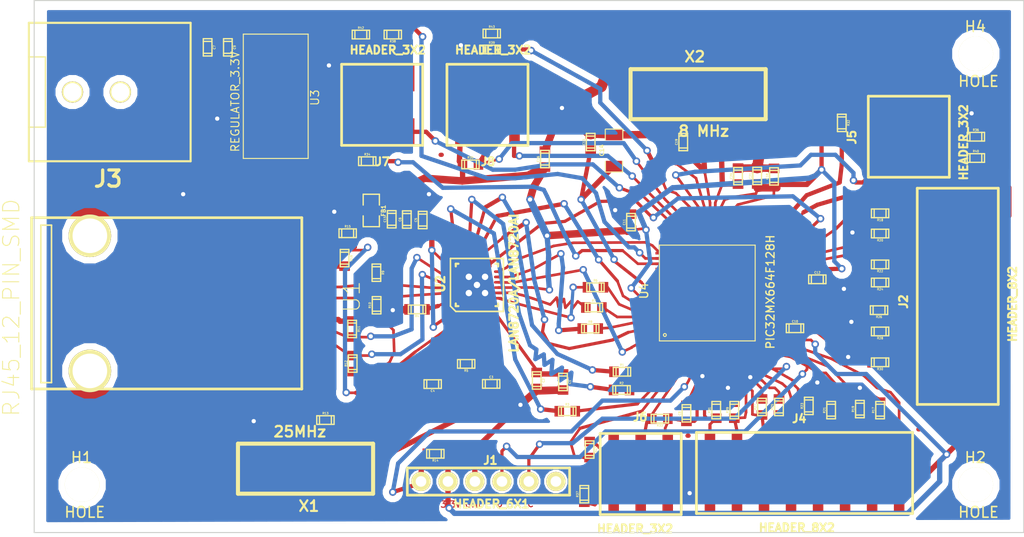
<source format=kicad_pcb>
(kicad_pcb (version 3) (host pcbnew "(2013-08-24 BZR 4298)-stable")
  (layers (15 F.Cu signal) (0 B.Cu signal) (18 B.Paste user) (19 F.Paste user) (20 B.SilkS user) (21 F.SilkS user) (22 B.Mask user) (23 F.Mask user) (28 Edge.Cuts user))
  (net 0 "")
  (net 1 +3.3v)
  (net 2 +5v)
  (net 3 AVDD)
  (net 4 ECRSDV)
  (net 5 EMDC)
  (net 6 EMDIO)
  (net 7 EREFCLK)
  (net 8 ERXD0)
  (net 9 ERXD1)
  (net 10 ERXERR)
  (net 11 ETXD0)
  (net 12 ETXD1)
  (net 13 ETXEN)
  (net 14 GND)
  (net 15 GreenLED)
  (net 16 ICSPCLK_RB1)
  (net 17 ICSPDAT_RB0)
  (net 18 INT0)
  (net 19 INT1)
  (net 20 INT4)
  (net 21 N-000001)
  (net 22 N-0000016)
  (net 23 N-000002)
  (net 24 N-0000020)
  (net 25 N-0000021)
  (net 26 N-0000022)
  (net 27 N-0000026)
  (net 28 N-0000027)
  (net 29 N-0000028)
  (net 30 N-0000036)
  (net 31 N-0000037)
  (net 32 N-0000066)
  (net 33 N-0000074)
  (net 34 N-0000075)
  (net 35 N-0000082)
  (net 36 N-0000083)
  (net 37 N-0000086)
  (net 38 N-0000089)
  (net 39 N-0000093)
  (net 40 RB10)
  (net 41 RB11)
  (net 42 RB12)
  (net 43 RB13)
  (net 44 RB14)
  (net 45 RB2)
  (net 46 RB3)
  (net 47 RB4)
  (net 48 RB5)
  (net 49 RB6)
  (net 50 RB7)
  (net 51 RB8)
  (net 52 RB9)
  (net 53 RXN)
  (net 54 RXP)
  (net 55 SCL1)
  (net 56 SCL3)
  (net 57 SCL4)
  (net 58 SCL5)
  (net 59 SDA1)
  (net 60 SDA3)
  (net 61 SDA4)
  (net 62 SDA5)
  (net 63 TXN)
  (net 64 TXP)
  (net 65 YellowLED)
  (net 66 nRST)
  (net 67 ~MCLR~)
  (module TED_SM0603 (layer F.Cu) (at 128.4 65.8)
    (fp_text reference R43 (at 0 -0.635) (layer F.SilkS) (effects (font (size 0.20066 0.20066) (thickness 0.04064))))
    (fp_text value 2.4k hide)
    (pad 2 smd rect (at 0.75184 0) (size 0.89916 1.00076) (layers F.Cu F.Paste F.Mask) (net 59 SDA1) (clearance 0.1))
    (pad 1 smd rect (at -0.75184 0) (size 0.89916 1.00076) (layers F.Cu F.Paste F.Mask) (net 1 +3.3v) (clearance 0.1))
  )
  (module TED_SM0603 (layer F.Cu) (at 116.1 65.9)
    (fp_text reference R42 (at 0 -0.635) (layer F.SilkS) (effects (font (size 0.20066 0.20066) (thickness 0.04064))))
    (fp_text value 2.4k hide)
    (pad 2 smd rect (at 0.75184 0) (size 0.89916 1.00076) (layers F.Cu F.Paste F.Mask) (net 60 SDA3) (clearance 0.1))
    (pad 1 smd rect (at -0.75184 0) (size 0.89916 1.00076) (layers F.Cu F.Paste F.Mask) (net 1 +3.3v) (clearance 0.1))
  )
  (module TED_SM0603 (layer F.Cu) (at 137.6 104.9 270)
    (fp_text reference R41 (at 0 -0.635 270) (layer F.SilkS) (effects (font (size 0.20066 0.20066) (thickness 0.04064))))
    (fp_text value 2.4k hide)
    (pad 2 smd rect (at 0.75184 0 270) (size 0.89916 1.00076) (layers F.Cu F.Paste F.Mask) (net 61 SDA4) (clearance 0.1))
    (pad 1 smd rect (at -0.75184 0 270) (size 0.89916 1.00076) (layers F.Cu F.Paste F.Mask) (net 1 +3.3v) (clearance 0.1))
  )
  (module TED_SM0603 (layer F.Cu) (at 173.9 77.5)
    (fp_text reference R40 (at 0 -0.635) (layer F.SilkS) (effects (font (size 0.20066 0.20066) (thickness 0.04064))))
    (fp_text value 2.4k hide)
    (pad 2 smd rect (at 0.75184 0) (size 0.89916 1.00076) (layers F.Cu F.Paste F.Mask) (net 62 SDA5) (clearance 0.1))
    (pad 1 smd rect (at -0.75184 0) (size 0.89916 1.00076) (layers F.Cu F.Paste F.Mask) (net 1 +3.3v) (clearance 0.1))
  )
  (module TED_SM0603 (layer F.Cu) (at 128.4 67.3)
    (fp_text reference R39 (at 0 -0.635) (layer F.SilkS) (effects (font (size 0.20066 0.20066) (thickness 0.04064))))
    (fp_text value 33 hide)
    (pad 2 smd rect (at 0.75184 0) (size 0.89916 1.00076) (layers F.Cu F.Paste F.Mask) (net 59 SDA1) (clearance 0.1))
    (pad 1 smd rect (at -0.75184 0) (size 0.89916 1.00076) (layers F.Cu F.Paste F.Mask) (net 36 N-0000083) (clearance 0.1))
  )
  (module TED_SM0603 (layer F.Cu) (at 119.1 65.9 180)
    (fp_text reference R38 (at 0 -0.635 180) (layer F.SilkS) (effects (font (size 0.20066 0.20066) (thickness 0.04064))))
    (fp_text value 33 hide)
    (pad 2 smd rect (at 0.75184 0 180) (size 0.89916 1.00076) (layers F.Cu F.Paste F.Mask) (net 60 SDA3) (clearance 0.1))
    (pad 1 smd rect (at -0.75184 0 180) (size 0.89916 1.00076) (layers F.Cu F.Paste F.Mask) (net 37 N-0000086) (clearance 0.1))
  )
  (module TED_SM0603 (layer F.Cu) (at 137.1 109.1 90)
    (fp_text reference R37 (at 0 -0.635 90) (layer F.SilkS) (effects (font (size 0.20066 0.20066) (thickness 0.04064))))
    (fp_text value 33 hide)
    (pad 2 smd rect (at 0.75184 0 90) (size 0.89916 1.00076) (layers F.Cu F.Paste F.Mask) (net 61 SDA4) (clearance 0.1))
    (pad 1 smd rect (at -0.75184 0 90) (size 0.89916 1.00076) (layers F.Cu F.Paste F.Mask) (net 38 N-0000089) (clearance 0.1))
  )
  (module TED_SM0603 (layer F.Cu) (at 173.9 75.5)
    (fp_text reference R36 (at 0 -0.635) (layer F.SilkS) (effects (font (size 0.20066 0.20066) (thickness 0.04064))))
    (fp_text value 33 hide)
    (pad 2 smd rect (at 0.75184 0) (size 0.89916 1.00076) (layers F.Cu F.Paste F.Mask) (net 62 SDA5) (clearance 0.1))
    (pad 1 smd rect (at -0.75184 0) (size 0.89916 1.00076) (layers F.Cu F.Paste F.Mask) (net 39 N-0000093) (clearance 0.1))
  )
  (module TED_SM0603 (layer F.Cu) (at 126.4 78.1)
    (fp_text reference R35 (at 0 -0.635) (layer F.SilkS) (effects (font (size 0.20066 0.20066) (thickness 0.04064))))
    (fp_text value 2.4k hide)
    (pad 2 smd rect (at 0.75184 0) (size 0.89916 1.00076) (layers F.Cu F.Paste F.Mask) (net 55 SCL1) (clearance 0.1))
    (pad 1 smd rect (at -0.75184 0) (size 0.89916 1.00076) (layers F.Cu F.Paste F.Mask) (net 1 +3.3v) (clearance 0.1))
  )
  (module TED_SM0603 (layer F.Cu) (at 116.7 77.8)
    (fp_text reference R34 (at 0 -0.635) (layer F.SilkS) (effects (font (size 0.20066 0.20066) (thickness 0.04064))))
    (fp_text value 2.4k hide)
    (pad 2 smd rect (at 0.75184 0) (size 0.89916 1.00076) (layers F.Cu F.Paste F.Mask) (net 56 SCL3) (clearance 0.1))
    (pad 1 smd rect (at -0.75184 0) (size 0.89916 1.00076) (layers F.Cu F.Paste F.Mask) (net 1 +3.3v) (clearance 0.1))
  )
  (module TED_SM0603 (layer F.Cu) (at 144.2 102 180)
    (fp_text reference R33 (at 0 -0.635 180) (layer F.SilkS) (effects (font (size 0.20066 0.20066) (thickness 0.04064))))
    (fp_text value 2.4k hide)
    (pad 2 smd rect (at 0.75184 0 180) (size 0.89916 1.00076) (layers F.Cu F.Paste F.Mask) (net 57 SCL4) (clearance 0.1))
    (pad 1 smd rect (at -0.75184 0 180) (size 0.89916 1.00076) (layers F.Cu F.Paste F.Mask) (net 1 +3.3v) (clearance 0.1))
  )
  (module TED_SM0603 (layer F.Cu) (at 161.3 74.2 270)
    (fp_text reference R32 (at 0 -0.635 270) (layer F.SilkS) (effects (font (size 0.20066 0.20066) (thickness 0.04064))))
    (fp_text value 2.4k hide)
    (pad 2 smd rect (at 0.75184 0 270) (size 0.89916 1.00076) (layers F.Cu F.Paste F.Mask) (net 58 SCL5) (clearance 0.1))
    (pad 1 smd rect (at -0.75184 0 270) (size 0.89916 1.00076) (layers F.Cu F.Paste F.Mask) (net 1 +3.3v) (clearance 0.1))
  )
  (module TED_SM0603 (layer F.Cu) (at 149.5 101.2 90)
    (fp_text reference R31 (at 0 -0.635 90) (layer F.SilkS) (effects (font (size 0.20066 0.20066) (thickness 0.04064))))
    (fp_text value 1k hide)
    (pad 2 smd rect (at 0.75184 0 90) (size 0.89916 1.00076) (layers F.Cu F.Paste F.Mask) (net 14 GND) (clearance 0.1))
    (pad 1 smd rect (at -0.75184 0 90) (size 0.89916 1.00076) (layers F.Cu F.Paste F.Mask) (net 48 RB5) (clearance 0.1))
  )
  (module TED_SM0603 (layer F.Cu) (at 164.9 96.7 180)
    (fp_text reference R30 (at 0 -0.635 180) (layer F.SilkS) (effects (font (size 0.20066 0.20066) (thickness 0.04064))))
    (fp_text value 1k hide)
    (pad 2 smd rect (at 0.75184 0 180) (size 0.89916 1.00076) (layers F.Cu F.Paste F.Mask) (net 14 GND) (clearance 0.1))
    (pad 1 smd rect (at -0.75184 0 180) (size 0.89916 1.00076) (layers F.Cu F.Paste F.Mask) (net 51 RB8) (clearance 0.1))
  )
  (module TED_SM0603 (layer F.Cu) (at 151.2 101.2 90)
    (fp_text reference R29 (at 0 -0.635 90) (layer F.SilkS) (effects (font (size 0.20066 0.20066) (thickness 0.04064))))
    (fp_text value 1k hide)
    (pad 2 smd rect (at 0.75184 0 90) (size 0.89916 1.00076) (layers F.Cu F.Paste F.Mask) (net 14 GND) (clearance 0.1))
    (pad 1 smd rect (at -0.75184 0 90) (size 0.89916 1.00076) (layers F.Cu F.Paste F.Mask) (net 47 RB4) (clearance 0.1))
  )
  (module TED_SM0603 (layer F.Cu) (at 164.9 93.8 180)
    (fp_text reference R28 (at 0 -0.635 180) (layer F.SilkS) (effects (font (size 0.20066 0.20066) (thickness 0.04064))))
    (fp_text value 1k hide)
    (pad 2 smd rect (at 0.75184 0 180) (size 0.89916 1.00076) (layers F.Cu F.Paste F.Mask) (net 14 GND) (clearance 0.1))
    (pad 1 smd rect (at -0.75184 0 180) (size 0.89916 1.00076) (layers F.Cu F.Paste F.Mask) (net 52 RB9) (clearance 0.1))
  )
  (module TED_SM0603 (layer F.Cu) (at 153.8 100.9 90)
    (fp_text reference R27 (at 0 -0.635 90) (layer F.SilkS) (effects (font (size 0.20066 0.20066) (thickness 0.04064))))
    (fp_text value 1k hide)
    (pad 2 smd rect (at 0.75184 0 90) (size 0.89916 1.00076) (layers F.Cu F.Paste F.Mask) (net 14 GND) (clearance 0.1))
    (pad 1 smd rect (at -0.75184 0 90) (size 0.89916 1.00076) (layers F.Cu F.Paste F.Mask) (net 46 RB3) (clearance 0.1))
  )
  (module TED_SM0603 (layer F.Cu) (at 164.8 91.8 180)
    (fp_text reference R26 (at 0 -0.635 180) (layer F.SilkS) (effects (font (size 0.20066 0.20066) (thickness 0.04064))))
    (fp_text value 1k hide)
    (pad 2 smd rect (at 0.75184 0 180) (size 0.89916 1.00076) (layers F.Cu F.Paste F.Mask) (net 14 GND) (clearance 0.1))
    (pad 1 smd rect (at -0.75184 0 180) (size 0.89916 1.00076) (layers F.Cu F.Paste F.Mask) (net 40 RB10) (clearance 0.1))
  )
  (module TED_SM0603 (layer F.Cu) (at 155.4 100.9 90)
    (fp_text reference R25 (at 0 -0.635 90) (layer F.SilkS) (effects (font (size 0.20066 0.20066) (thickness 0.04064))))
    (fp_text value 1k hide)
    (pad 2 smd rect (at 0.75184 0 90) (size 0.89916 1.00076) (layers F.Cu F.Paste F.Mask) (net 14 GND) (clearance 0.1))
    (pad 1 smd rect (at -0.75184 0 90) (size 0.89916 1.00076) (layers F.Cu F.Paste F.Mask) (net 45 RB2) (clearance 0.1))
  )
  (module TED_SM0603 (layer F.Cu) (at 164.9 89.2 180)
    (fp_text reference R24 (at 0 -0.635 180) (layer F.SilkS) (effects (font (size 0.20066 0.20066) (thickness 0.04064))))
    (fp_text value 1k hide)
    (pad 2 smd rect (at 0.75184 0 180) (size 0.89916 1.00076) (layers F.Cu F.Paste F.Mask) (net 14 GND) (clearance 0.1))
    (pad 1 smd rect (at -0.75184 0 180) (size 0.89916 1.00076) (layers F.Cu F.Paste F.Mask) (net 41 RB11) (clearance 0.1))
  )
  (module TED_SM0603 (layer F.Cu) (at 158.2 100.8 90)
    (fp_text reference R23 (at 0 -0.635 90) (layer F.SilkS) (effects (font (size 0.20066 0.20066) (thickness 0.04064))))
    (fp_text value 1k hide)
    (pad 2 smd rect (at 0.75184 0 90) (size 0.89916 1.00076) (layers F.Cu F.Paste F.Mask) (net 14 GND) (clearance 0.1))
    (pad 1 smd rect (at -0.75184 0 90) (size 0.89916 1.00076) (layers F.Cu F.Paste F.Mask) (net 16 ICSPCLK_RB1) (clearance 0.1))
  )
  (module TED_SM0603 (layer F.Cu) (at 164.9 87.5 180)
    (fp_text reference R22 (at 0 -0.635 180) (layer F.SilkS) (effects (font (size 0.20066 0.20066) (thickness 0.04064))))
    (fp_text value 1k hide)
    (pad 2 smd rect (at 0.75184 0 180) (size 0.89916 1.00076) (layers F.Cu F.Paste F.Mask) (net 14 GND) (clearance 0.1))
    (pad 1 smd rect (at -0.75184 0 180) (size 0.89916 1.00076) (layers F.Cu F.Paste F.Mask) (net 42 RB12) (clearance 0.1))
  )
  (module TED_HEADER_3x2_SMT (layer F.Cu) (at 128 72.5)
    (fp_text reference J8 (at 0.05 5.35) (layer F.SilkS) (effects (font (size 0.762 0.762) (thickness 0.1905))))
    (fp_text value HEADER_3X2 (at 0.525 -5.15) (layer F.SilkS) (effects (font (size 0.762 0.762) (thickness 0.1905))))
    (pad 1 smd rect (at -2.54 2.54) (size 0.9906 2.54) (layers F.Cu F.Paste F.Mask) (net 1 +3.3v) (clearance 0.508))
    (pad 2 smd rect (at 0 2.54) (size 0.9906 2.54) (layers F.Cu F.Paste F.Mask) (net 55 SCL1) (clearance 0.508))
    (pad 3 smd rect (at 2.54 2.54) (size 0.9906 2.54) (layers F.Cu F.Paste F.Mask) (net 20 INT4) (clearance 0.508))
    (pad 4 smd rect (at 2.54 -2.54) (size 0.9906 2.54) (layers F.Cu F.Paste F.Mask) (clearance 0.508))
    (pad 5 smd rect (at 0 -2.54) (size 0.9906 2.54) (layers F.Cu F.Paste F.Mask) (net 36 N-0000083) (clearance 0.508))
    (pad 6 smd rect (at -2.54 -2.54) (size 0.9906 2.54) (layers F.Cu F.Paste F.Mask) (net 14 GND) (clearance 0.508))
  )
  (module TED_HEADER_3x2_SMT (layer F.Cu) (at 118.1 72.5)
    (fp_text reference J7 (at 0.05 5.35) (layer F.SilkS) (effects (font (size 0.762 0.762) (thickness 0.1905))))
    (fp_text value HEADER_3X2 (at 0.525 -5.15) (layer F.SilkS) (effects (font (size 0.762 0.762) (thickness 0.1905))))
    (pad 1 smd rect (at -2.54 2.54) (size 0.9906 2.54) (layers F.Cu F.Paste F.Mask) (net 1 +3.3v) (clearance 0.508))
    (pad 2 smd rect (at 0 2.54) (size 0.9906 2.54) (layers F.Cu F.Paste F.Mask) (net 56 SCL3) (clearance 0.508))
    (pad 3 smd rect (at 2.54 2.54) (size 0.9906 2.54) (layers F.Cu F.Paste F.Mask) (net 18 INT0) (clearance 0.508))
    (pad 4 smd rect (at 2.54 -2.54) (size 0.9906 2.54) (layers F.Cu F.Paste F.Mask) (clearance 0.508))
    (pad 5 smd rect (at 0 -2.54) (size 0.9906 2.54) (layers F.Cu F.Paste F.Mask) (net 37 N-0000086) (clearance 0.508))
    (pad 6 smd rect (at -2.54 -2.54) (size 0.9906 2.54) (layers F.Cu F.Paste F.Mask) (net 14 GND) (clearance 0.508))
  )
  (module TED_HEADER_3x2_SMT (layer F.Cu) (at 142.4 107.2 180)
    (fp_text reference J6 (at 0.05 5.35 180) (layer F.SilkS) (effects (font (size 0.762 0.762) (thickness 0.1905))))
    (fp_text value HEADER_3X2 (at 0.525 -5.15 180) (layer F.SilkS) (effects (font (size 0.762 0.762) (thickness 0.1905))))
    (pad 1 smd rect (at -2.54 2.54 180) (size 0.9906 2.54) (layers F.Cu F.Paste F.Mask) (net 1 +3.3v) (clearance 0.508))
    (pad 2 smd rect (at 0 2.54 180) (size 0.9906 2.54) (layers F.Cu F.Paste F.Mask) (net 57 SCL4) (clearance 0.508))
    (pad 3 smd rect (at 2.54 2.54 180) (size 0.9906 2.54) (layers F.Cu F.Paste F.Mask) (clearance 0.508))
    (pad 4 smd rect (at 2.54 -2.54 180) (size 0.9906 2.54) (layers F.Cu F.Paste F.Mask) (clearance 0.508))
    (pad 5 smd rect (at 0 -2.54 180) (size 0.9906 2.54) (layers F.Cu F.Paste F.Mask) (net 38 N-0000089) (clearance 0.508))
    (pad 6 smd rect (at -2.54 -2.54 180) (size 0.9906 2.54) (layers F.Cu F.Paste F.Mask) (net 14 GND) (clearance 0.508))
  )
  (module TED_HEADER_3x2_SMT (layer F.Cu) (at 167.6 75.5 270)
    (fp_text reference J5 (at 0.05 5.35 270) (layer F.SilkS) (effects (font (size 0.762 0.762) (thickness 0.1905))))
    (fp_text value HEADER_3X2 (at 0.525 -5.15 270) (layer F.SilkS) (effects (font (size 0.762 0.762) (thickness 0.1905))))
    (pad 1 smd rect (at -2.54 2.54 270) (size 0.9906 2.54) (layers F.Cu F.Paste F.Mask) (net 1 +3.3v) (clearance 0.508))
    (pad 2 smd rect (at 0 2.54 270) (size 0.9906 2.54) (layers F.Cu F.Paste F.Mask) (net 58 SCL5) (clearance 0.508))
    (pad 3 smd rect (at 2.54 2.54 270) (size 0.9906 2.54) (layers F.Cu F.Paste F.Mask) (net 19 INT1) (clearance 0.508))
    (pad 4 smd rect (at 2.54 -2.54 270) (size 0.9906 2.54) (layers F.Cu F.Paste F.Mask) (clearance 0.508))
    (pad 5 smd rect (at 0 -2.54 270) (size 0.9906 2.54) (layers F.Cu F.Paste F.Mask) (net 39 N-0000093) (clearance 0.508))
    (pad 6 smd rect (at -2.54 -2.54 270) (size 0.9906 2.54) (layers F.Cu F.Paste F.Mask) (net 14 GND) (clearance 0.508))
  )
  (module TED_HEADER_8x2_SMT (layer F.Cu) (at 157.8 107.1 180)
    (fp_text reference J4 (at 0.5 5.1 180) (layer F.SilkS) (effects (font (size 0.762 0.762) (thickness 0.1905))))
    (fp_text value HEADER_8X2 (at 0.725 -5.15 180) (layer F.SilkS) (effects (font (size 0.762 0.762) (thickness 0.1905))))
    (pad 10 smd rect (at 6.35 -2.54 180) (size 0.9906 2.54) (layers F.Cu F.Paste F.Mask) (net 1 +3.3v) (clearance 0.508))
    (pad 8 smd rect (at 8.89 2.54 180) (size 0.9906 2.54) (layers F.Cu F.Paste F.Mask) (net 48 RB5) (clearance 0.508))
    (pad 9 smd rect (at 8.89 -2.54 180) (size 0.9906 2.54) (layers F.Cu F.Paste F.Mask) (net 1 +3.3v) (clearance 0.508))
    (pad 11 smd rect (at 3.81 -2.54 180) (size 0.9906 2.54) (layers F.Cu F.Paste F.Mask) (net 1 +3.3v) (clearance 0.508))
    (pad 7 smd rect (at 6.35 2.54 180) (size 0.9906 2.54) (layers F.Cu F.Paste F.Mask) (net 47 RB4) (clearance 0.508))
    (pad 6 smd rect (at 3.81 2.54 180) (size 0.9906 2.54) (layers F.Cu F.Paste F.Mask) (net 46 RB3) (clearance 0.508))
    (pad 5 smd rect (at 1.27 2.54 180) (size 0.9906 2.54) (layers F.Cu F.Paste F.Mask) (net 45 RB2) (clearance 0.508))
    (pad 1 smd rect (at -8.89 2.54 180) (size 0.9906 2.54) (layers F.Cu F.Paste F.Mask) (net 50 RB7) (clearance 0.508))
    (pad 2 smd rect (at -6.35 2.54 180) (size 0.9906 2.54) (layers F.Cu F.Paste F.Mask) (net 49 RB6) (clearance 0.508))
    (pad 3 smd rect (at -3.81 2.54 180) (size 0.9906 2.54) (layers F.Cu F.Paste F.Mask) (net 17 ICSPDAT_RB0) (clearance 0.508))
    (pad 4 smd rect (at -1.27 2.54 180) (size 0.9906 2.54) (layers F.Cu F.Paste F.Mask) (net 16 ICSPCLK_RB1) (clearance 0.508))
    (pad 12 smd rect (at 1.27 -2.54 180) (size 0.9906 2.54) (layers F.Cu F.Paste F.Mask) (net 1 +3.3v) (clearance 0.508))
    (pad 13 smd rect (at -1.27 -2.54 180) (size 0.9906 2.54) (layers F.Cu F.Paste F.Mask) (net 1 +3.3v) (clearance 0.508))
    (pad 14 smd rect (at -3.81 -2.54 180) (size 0.9906 2.54) (layers F.Cu F.Paste F.Mask) (net 1 +3.3v) (clearance 0.508))
    (pad 15 smd rect (at -6.35 -2.54 180) (size 0.9906 2.54) (layers F.Cu F.Paste F.Mask) (net 1 +3.3v) (clearance 0.508))
    (pad 16 smd rect (at -8.89 -2.54 180) (size 0.9906 2.54) (layers F.Cu F.Paste F.Mask) (net 1 +3.3v) (clearance 0.508))
  )
  (module TED_SM0603 (layer F.Cu) (at 160.3 101.2 90)
    (fp_text reference R21 (at 0 -0.635 90) (layer F.SilkS) (effects (font (size 0.20066 0.20066) (thickness 0.04064))))
    (fp_text value 1k hide)
    (pad 2 smd rect (at 0.75184 0 90) (size 0.89916 1.00076) (layers F.Cu F.Paste F.Mask) (net 14 GND) (clearance 0.1))
    (pad 1 smd rect (at -0.75184 0 90) (size 0.89916 1.00076) (layers F.Cu F.Paste F.Mask) (net 17 ICSPDAT_RB0) (clearance 0.1))
  )
  (module TED_Hole_3.25mm (layer F.Cu) (at 173.9 67.7)
    (fp_text reference H4 (at -0.05 -2.55) (layer F.SilkS))
    (fp_text value HOLE (at 0.25 2.6) (layer F.SilkS))
    (pad "" np_thru_hole circle (at 0 0) (size 3.25 3.25) (drill 3.25) (layers *.Cu *.Mask F.SilkS))
  )
  (module TED_Hole_3.25mm (layer F.Cu) (at 173.9 108.2)
    (fp_text reference H2 (at -0.05 -2.55) (layer F.SilkS))
    (fp_text value HOLE (at 0.25 2.6) (layer F.SilkS))
    (pad "" np_thru_hole circle (at 0 0) (size 3.25 3.25) (drill 3.25) (layers *.Cu *.Mask F.SilkS))
  )
  (module TED_Hole_3.25mm (layer F.Cu) (at 89.9 108.2)
    (fp_text reference H1 (at -0.05 -2.55) (layer F.SilkS))
    (fp_text value HOLE (at 0.25 2.6) (layer F.SilkS))
    (pad "" np_thru_hole circle (at 0 0) (size 3.25 3.25) (drill 3.25) (layers *.Cu *.Mask F.SilkS))
  )
  (module TED_QFN64+1 (layer F.Cu) (at 148.66 90.19 90)
    (fp_text reference U4 (at 0.2 -5.95 90) (layer F.SilkS) (effects (font (size 0.762 0.762) (thickness 0.127))))
    (fp_text value PIC32MX664F128H (at 0.1 5.925 90) (layer F.SilkS) (effects (font (size 0.762 0.762) (thickness 0.127))))
    (pad 15 smd rect (at -4.45 3.25 180) (size 0.25 0.85) (layers F.Cu F.Paste F.Mask) (net 16 ICSPCLK_RB1))
    (pad 16 smd rect (at -4.45 3.75 180) (size 0.25 0.85) (layers F.Cu F.Paste F.Mask) (net 17 ICSPDAT_RB0))
    (pad 9 smd rect (at -4.45 0.25 180) (size 0.25 0.85) (layers F.Cu F.Paste F.Mask) (net 14 GND))
    (pad 10 smd rect (at -4.45 0.75 180) (size 0.25 0.85) (layers F.Cu F.Paste F.Mask) (net 1 +3.3v))
    (pad 12 smd rect (at -4.45 1.75 180) (size 0.25 0.85) (layers F.Cu F.Paste F.Mask) (net 47 RB4))
    (pad 11 smd rect (at -4.45 1.25 180) (size 0.25 0.85) (layers F.Cu F.Paste F.Mask) (net 48 RB5))
    (pad 14 smd rect (at -4.45 2.75 180) (size 0.25 0.85) (layers F.Cu F.Paste F.Mask) (net 45 RB2))
    (pad 13 smd rect (at -4.45 2.25 180) (size 0.25 0.85) (layers F.Cu F.Paste F.Mask) (net 46 RB3))
    (pad 5 smd rect (at -4.45 -1.75 180) (size 0.25 0.85) (layers F.Cu F.Paste F.Mask) (net 61 SDA4))
    (pad 6 smd rect (at -4.45 -1.25 180) (size 0.25 0.85) (layers F.Cu F.Paste F.Mask) (net 57 SCL4))
    (pad 8 smd rect (at -4.45 -0.25 180) (size 0.25 0.85) (layers F.Cu F.Paste F.Mask))
    (pad 7 smd rect (at -4.45 -0.75 180) (size 0.25 0.85) (layers F.Cu F.Paste F.Mask) (net 67 ~MCLR~))
    (pad 3 smd rect (at -4.45 -2.75 180) (size 0.25 0.85) (layers F.Cu F.Paste F.Mask) (net 12 ETXD1))
    (pad 4 smd rect (at -4.45 -2.25 180) (size 0.25 0.85) (layers F.Cu F.Paste F.Mask))
    (pad 2 smd rect (at -4.45 -3.25 180) (size 0.25 0.85) (layers F.Cu F.Paste F.Mask) (net 11 ETXD0))
    (pad 1 smd rect (at -4.45 -3.75 180) (size 0.25 0.85) (layers F.Cu F.Paste F.Mask) (net 13 ETXEN))
    (pad 64 smd rect (at -3.75 -4.45 270) (size 0.25 0.85) (layers F.Cu F.Paste F.Mask) (net 10 ERXERR))
    (pad 63 smd rect (at -3.25 -4.45 270) (size 0.25 0.85) (layers F.Cu F.Paste F.Mask) (net 7 EREFCLK))
    (pad 61 smd rect (at -2.25 -4.45 270) (size 0.25 0.85) (layers F.Cu F.Paste F.Mask) (net 8 ERXD0))
    (pad 62 smd rect (at -2.75 -4.45 270) (size 0.25 0.85) (layers F.Cu F.Paste F.Mask) (net 4 ECRSDV))
    (pad 58 smd rect (at -0.75 -4.45 270) (size 0.25 0.85) (layers F.Cu F.Paste F.Mask) (net 66 nRST))
    (pad 57 smd rect (at -0.25 -4.45 270) (size 0.25 0.85) (layers F.Cu F.Paste F.Mask) (net 1 +3.3v))
    (pad 59 smd rect (at -1.25 -4.45 270) (size 0.25 0.85) (layers F.Cu F.Paste F.Mask))
    (pad 60 smd rect (at -1.75 -4.45 270) (size 0.25 0.85) (layers F.Cu F.Paste F.Mask) (net 9 ERXD1))
    (pad 52 smd rect (at 2.25 -4.45 270) (size 0.25 0.85) (layers F.Cu F.Paste F.Mask))
    (pad 51 smd rect (at 2.75 -4.45 270) (size 0.25 0.85) (layers F.Cu F.Paste F.Mask) (net 56 SCL3))
    (pad 54 smd rect (at 1.25 -4.45 270) (size 0.25 0.85) (layers F.Cu F.Paste F.Mask))
    (pad 53 smd rect (at 1.75 -4.45 270) (size 0.25 0.85) (layers F.Cu F.Paste F.Mask))
    (pad 55 smd rect (at 0.75 -4.45 270) (size 0.25 0.85) (layers F.Cu F.Paste F.Mask))
    (pad 56 smd rect (at 0.25 -4.45 270) (size 0.25 0.85) (layers F.Cu F.Paste F.Mask) (net 34 N-0000075))
    (pad 49 smd rect (at 3.75 -4.45 270) (size 0.25 0.85) (layers F.Cu F.Paste F.Mask) (net 6 EMDIO))
    (pad 50 smd rect (at 3.25 -4.45 270) (size 0.25 0.85) (layers F.Cu F.Paste F.Mask) (net 60 SDA3))
    (pad 48 smd rect (at 4.45 -3.75 180) (size 0.25 0.85) (layers F.Cu F.Paste F.Mask))
    (pad 47 smd rect (at 4.45 -3.25 180) (size 0.25 0.85) (layers F.Cu F.Paste F.Mask))
    (pad 45 smd rect (at 4.45 -2.25 180) (size 0.25 0.85) (layers F.Cu F.Paste F.Mask) (net 20 INT4))
    (pad 46 smd rect (at 4.45 -2.75 180) (size 0.25 0.85) (layers F.Cu F.Paste F.Mask) (net 18 INT0))
    (pad 42 smd rect (at 4.45 -0.75 180) (size 0.25 0.85) (layers F.Cu F.Paste F.Mask) (net 19 INT1))
    (pad 41 smd rect (at 4.45 -0.25 180) (size 0.25 0.85) (layers F.Cu F.Paste F.Mask) (net 14 GND))
    (pad 43 smd rect (at 4.45 -1.25 180) (size 0.25 0.85) (layers F.Cu F.Paste F.Mask) (net 59 SDA1))
    (pad 44 smd rect (at 4.45 -1.75 180) (size 0.25 0.85) (layers F.Cu F.Paste F.Mask) (net 55 SCL1))
    (pad 36 smd rect (at 4.45 2.25 180) (size 0.25 0.85) (layers F.Cu F.Paste F.Mask))
    (pad 35 smd rect (at 4.45 2.75 180) (size 0.25 0.85) (layers F.Cu F.Paste F.Mask) (net 1 +3.3v))
    (pad 38 smd rect (at 4.45 1.25 180) (size 0.25 0.85) (layers F.Cu F.Paste F.Mask) (net 1 +3.3v))
    (pad 37 smd rect (at 4.45 1.75 180) (size 0.25 0.85) (layers F.Cu F.Paste F.Mask))
    (pad 39 smd rect (at 4.45 0.75 180) (size 0.25 0.85) (layers F.Cu F.Paste F.Mask) (net 35 N-0000082))
    (pad 40 smd rect (at 4.45 0.25 180) (size 0.25 0.85) (layers F.Cu F.Paste F.Mask) (net 32 N-0000066))
    (pad 33 smd rect (at 4.45 3.75 180) (size 0.25 0.85) (layers F.Cu F.Paste F.Mask))
    (pad 34 smd rect (at 4.45 3.25 180) (size 0.25 0.85) (layers F.Cu F.Paste F.Mask))
    (pad 31 smd rect (at 3.25 4.45 270) (size 0.25 0.85) (layers F.Cu F.Paste F.Mask) (net 62 SDA5))
    (pad 32 smd rect (at 3.75 4.45 270) (size 0.25 0.85) (layers F.Cu F.Paste F.Mask) (net 58 SCL5))
    (pad 25 smd rect (at 0.25 4.45 270) (size 0.25 0.85) (layers F.Cu F.Paste F.Mask) (net 14 GND))
    (pad 26 smd rect (at 0.75 4.45 270) (size 0.25 0.85) (layers F.Cu F.Paste F.Mask) (net 1 +3.3v))
    (pad 28 smd rect (at 1.75 4.45 270) (size 0.25 0.85) (layers F.Cu F.Paste F.Mask) (net 43 RB13))
    (pad 27 smd rect (at 1.27 4.45 270) (size 0.25 0.85) (layers F.Cu F.Paste F.Mask) (net 42 RB12))
    (pad 30 smd rect (at 2.75 4.45 270) (size 0.25 0.85) (layers F.Cu F.Paste F.Mask) (net 5 EMDC))
    (pad 29 smd rect (at 2.25 4.45 270) (size 0.25 0.85) (layers F.Cu F.Paste F.Mask) (net 44 RB14))
    (pad 21 smd rect (at -1.75 4.45 270) (size 0.25 0.85) (layers F.Cu F.Paste F.Mask) (net 51 RB8))
    (pad 22 smd rect (at -1.25 4.45 270) (size 0.25 0.85) (layers F.Cu F.Paste F.Mask) (net 52 RB9))
    (pad 24 smd rect (at -0.25 4.45 270) (size 0.25 0.85) (layers F.Cu F.Paste F.Mask) (net 41 RB11))
    (pad 23 smd rect (at -0.75 4.45 270) (size 0.25 0.85) (layers F.Cu F.Paste F.Mask) (net 40 RB10))
    (pad 19 smd rect (at -2.75 4.45 270) (size 0.25 0.85) (layers F.Cu F.Paste F.Mask) (net 1 +3.3v))
    (pad 20 smd rect (at -2.25 4.45 270) (size 0.25 0.85) (layers F.Cu F.Paste F.Mask) (net 14 GND))
    (pad 18 smd rect (at -3.25 4.45 270) (size 0.25 0.85) (layers F.Cu F.Paste F.Mask) (net 50 RB7))
    (pad 17 smd rect (at -3.75 4.45 270) (size 0.25 0.85) (layers F.Cu F.Paste F.Mask) (net 49 RB6))
    (pad 65 smd rect (at 0 0 270) (size 7.15 7.15) (layers F.Cu F.Paste F.Mask) (net 14 GND))
  )
  (module TED_SM0603 (layer F.Cu) (at 164.9 84.6 180)
    (fp_text reference R20 (at 0 -0.635 180) (layer F.SilkS) (effects (font (size 0.20066 0.20066) (thickness 0.04064))))
    (fp_text value 1k hide)
    (pad 2 smd rect (at 0.75184 0 180) (size 0.89916 1.00076) (layers F.Cu F.Paste F.Mask) (net 14 GND) (clearance 0.1))
    (pad 1 smd rect (at -0.75184 0 180) (size 0.89916 1.00076) (layers F.Cu F.Paste F.Mask) (net 43 RB13) (clearance 0.1))
  )
  (module TED_SM0603 (layer F.Cu) (at 163 101.1 90)
    (fp_text reference R19 (at 0 -0.635 90) (layer F.SilkS) (effects (font (size 0.20066 0.20066) (thickness 0.04064))))
    (fp_text value 1k hide)
    (pad 2 smd rect (at 0.75184 0 90) (size 0.89916 1.00076) (layers F.Cu F.Paste F.Mask) (net 14 GND) (clearance 0.1))
    (pad 1 smd rect (at -0.75184 0 90) (size 0.89916 1.00076) (layers F.Cu F.Paste F.Mask) (net 49 RB6) (clearance 0.1))
  )
  (module TED_SM0603 (layer F.Cu) (at 164.9 82.7 180)
    (fp_text reference R18 (at 0 -0.635 180) (layer F.SilkS) (effects (font (size 0.20066 0.20066) (thickness 0.04064))))
    (fp_text value 1k hide)
    (pad 2 smd rect (at 0.75184 0 180) (size 0.89916 1.00076) (layers F.Cu F.Paste F.Mask) (net 14 GND) (clearance 0.1))
    (pad 1 smd rect (at -0.75184 0 180) (size 0.89916 1.00076) (layers F.Cu F.Paste F.Mask) (net 44 RB14) (clearance 0.1))
  )
  (module TED_SM0603 (layer F.Cu) (at 164.9 101.2 90)
    (fp_text reference R17 (at 0 -0.635 90) (layer F.SilkS) (effects (font (size 0.20066 0.20066) (thickness 0.04064))))
    (fp_text value 1k hide)
    (pad 2 smd rect (at 0.75184 0 90) (size 0.89916 1.00076) (layers F.Cu F.Paste F.Mask) (net 14 GND) (clearance 0.1))
    (pad 1 smd rect (at -0.75184 0 90) (size 0.89916 1.00076) (layers F.Cu F.Paste F.Mask) (net 50 RB7) (clearance 0.1))
  )
  (module TED_HEADER_6x1_BOTTOM (layer F.Cu) (at 128.1 107.9)
    (fp_text reference J1 (at 0.1778 -1.98628) (layer F.SilkS) (effects (font (size 0.762 0.762) (thickness 0.1905))))
    (fp_text value HEADER_6X1 (at 0.26924 2.11328) (layer F.SilkS) (effects (font (size 0.762 0.762) (thickness 0.1905))))
    (pad 5 thru_hole circle (at 3.78968 0) (size 1.8 1.8) (drill 1) (layers *.Mask F.Cu F.SilkS) (net 16 ICSPCLK_RB1))
    (pad 6 thru_hole circle (at 6.32968 0) (size 1.8 1.8) (drill 1) (layers *.Mask F.Cu F.SilkS))
    (pad 1 thru_hole circle (at -6.35 0) (size 1.8 1.8) (drill 1) (layers *.Mask F.Cu F.SilkS) (net 67 ~MCLR~))
    (pad 2 thru_hole circle (at -3.81 0) (size 1.8 1.8) (drill 1) (layers *.Mask F.Cu F.SilkS) (net 1 +3.3v))
    (pad 4 thru_hole circle (at 1.25984 0) (size 1.8 1.8) (drill 1) (layers *.Mask F.Cu F.SilkS) (net 17 ICSPDAT_RB0))
    (pad 3 thru_hole circle (at -1.28016 0) (size 1.8 1.8) (drill 1) (layers *.Mask F.Cu F.SilkS) (net 14 GND))
  )
  (module TED_DC_2.1mm_SMT (layer F.Cu) (at 92.5 71.3 180)
    (fp_text reference J3 (at 0.15748 -8.15848 180) (layer F.SilkS) (effects (font (thickness 0.3048))))
    (fp_text value "Logic DC_2.1MM" hide)
    (pad "" np_thru_hole circle (at -1.00076 0 180) (size 1.99898 1.99898) (drill 1.69926) (layers *.Cu *.Mask F.SilkS))
    (pad 1 smd rect (at 3.50012 5.4102 180) (size 1.99898 1.99898) (layers F.Cu F.Paste F.Mask) (net 2 +5v))
    (pad 1 smd rect (at -2.60096 5.4102 180) (size 1.99898 1.99898) (layers F.Cu F.Paste F.Mask) (net 2 +5v))
    (pad 2 smd rect (at 3.50012 -5.41528 180) (size 1.99898 1.99898) (layers F.Cu F.Paste F.Mask) (net 14 GND))
    (pad 3 smd rect (at -2.60096 -5.41528 180) (size 1.99898 1.99898) (layers F.Cu F.Paste F.Mask))
    (pad "" np_thru_hole circle (at 3.50012 0 180) (size 1.99898 1.99898) (drill 1.69926) (layers *.Cu *.Mask F.SilkS))
  )
  (module TED_SM0603 (layer F.Cu) (at 133.4 77.6 90)
    (fp_text reference C16 (at 0 -0.635 90) (layer F.SilkS) (effects (font (size 0.20066 0.20066) (thickness 0.04064))))
    (fp_text value .1uF hide)
    (pad 2 smd rect (at 0.75184 0 90) (size 0.89916 1.00076) (layers F.Cu F.Paste F.Mask) (net 14 GND) (clearance 0.1))
    (pad 1 smd rect (at -0.75184 0 90) (size 0.89916 1.00076) (layers F.Cu F.Paste F.Mask) (net 1 +3.3v) (clearance 0.1))
  )
  (module TED_SM0603 (layer F.Cu) (at 119 83.26 90)
    (fp_text reference C15 (at 0 -0.635 90) (layer F.SilkS) (effects (font (size 0.20066 0.20066) (thickness 0.04064))))
    (fp_text value 1uF hide)
    (pad 2 smd rect (at 0.75184 0 90) (size 0.89916 1.00076) (layers F.Cu F.Paste F.Mask) (net 14 GND) (clearance 0.1))
    (pad 1 smd rect (at -0.75184 0 90) (size 0.89916 1.00076) (layers F.Cu F.Paste F.Mask) (net 3 AVDD) (clearance 0.1))
  )
  (module TED_SM0603 (layer F.Cu) (at 132.63 98.41 270)
    (fp_text reference C2 (at 0 -0.635 270) (layer F.SilkS) (effects (font (size 0.20066 0.20066) (thickness 0.04064))))
    (fp_text value 1uF hide)
    (pad 2 smd rect (at 0.75184 0 270) (size 0.89916 1.00076) (layers F.Cu F.Paste F.Mask) (net 14 GND) (clearance 0.1))
    (pad 1 smd rect (at -0.75184 0 270) (size 0.89916 1.00076) (layers F.Cu F.Paste F.Mask) (net 33 N-0000074) (clearance 0.1))
  )
  (module TED_RJ45_12pin_SMD (layer F.Cu) (at 97.85 91.16 270)
    (fp_text reference U1 (at -0.625 -17.4 270) (layer F.SilkS) (effects (font (thickness 0.09906))))
    (fp_text value RJ45_12_PIN_SMD (at 0.4 14.6 270) (layer F.SilkS) (effects (font (thickness 0.09906))))
    (pad 12 smd rect (at -6.6 -12.7 270) (size 0.81 4.6) (layers F.Cu F.Paste F.Mask) (net 15 GreenLED) (clearance 0.2))
    (pad 11 smd rect (at -4.76 -12.7 270) (size 0.81 4.6) (layers F.Cu F.Paste F.Mask) (net 14 GND) (clearance 0.2))
    (pad 10 smd rect (at -3.56 -12.7 270) (size 0.61 4.6) (layers F.Cu F.Paste F.Mask) (net 14 GND) (clearance 0.2))
    (pad 9 smd rect (at -2.54 -12.7 270) (size 0.61 4.6) (layers F.Cu F.Paste F.Mask) (clearance 0.2))
    (pad 7 smd rect (at -0.5 -12.7 270) (size 0.61 4.6) (layers F.Cu F.Paste F.Mask) (net 54 RXP) (clearance 0.2))
    (pad 3 smd rect (at 3.56 -12.7 270) (size 0.61 4.6) (layers F.Cu F.Paste F.Mask) (net 64 TXP) (clearance 0.2))
    (pad 5 smd rect (at 1.52 -12.7 270) (size 0.61 4.6) (layers F.Cu F.Paste F.Mask) (net 3 AVDD) (clearance 0.2))
    (pad 1 smd rect (at 6.6 -12.7 270) (size 0.81 4.6) (layers F.Cu F.Paste F.Mask) (net 65 YellowLED) (clearance 0.2))
    (pad 2 smd rect (at 4.76 -12.7 270) (size 0.81 4.6) (layers F.Cu F.Paste F.Mask) (net 14 GND) (clearance 0.2))
    (pad 6 smd rect (at 0.51 -12.7 270) (size 0.61 4.6) (layers F.Cu F.Paste F.Mask) (net 3 AVDD) (clearance 0.2))
    (pad 4 smd rect (at 2.54 -12.7 270) (size 0.61 4.6) (layers F.Cu F.Paste F.Mask) (net 63 TXN) (clearance 0.2))
    (pad "" np_thru_hole circle (at 6.35 7.22 270) (size 4 4) (drill 3.25) (layers *.Cu *.Mask F.SilkS) (clearance 0.3))
    (pad "" np_thru_hole circle (at -6.35 7.22 270) (size 4 4) (drill 3.25) (layers *.Cu *.Mask F.SilkS) (clearance 0.3))
    (pad 8 smd rect (at -1.52 -12.7 270) (size 0.61 4.6) (layers F.Cu F.Paste F.Mask) (net 53 RXN) (clearance 0.2))
    (pad "" connect rect (at -9.3 7.22 270) (size 2.5 3.9) (layers F.Cu F.Mask))
    (pad "" connect rect (at 9.3 7.22 270) (size 2.5 3.9) (layers F.Cu F.Mask))
  )
  (module TED_crystal_W_GND_SMT_13x5mm (layer F.Cu) (at 110.9 106.7 180)
    (fp_text reference X1 (at -0.3175 -3.5179 180) (layer F.SilkS) (effects (font (size 1.00076 1.00076) (thickness 0.20066))))
    (fp_text value 25MHz (at 0.5334 3.47472 180) (layer F.SilkS) (effects (font (size 1.00076 1.00076) (thickness 0.20066))))
    (pad 1 smd rect (at -4.75 0 180) (size 5.6 2.1) (layers F.Cu F.Paste F.Mask) (net 21 N-000001))
    (pad 2 smd rect (at 4.75 0 180) (size 5.6 2.1) (layers F.Cu F.Paste F.Mask) (net 23 N-000002))
    (pad 3 smd rect (at 0 -2 180) (size 2.1 4) (layers F.Cu F.Paste F.Mask) (net 14 GND))
  )
  (module TED_crystal_W_GND_SMT_13x5mm (layer F.Cu) (at 147.8 71.5)
    (fp_text reference X2 (at -0.3175 -3.5179) (layer F.SilkS) (effects (font (size 1.00076 1.00076) (thickness 0.20066))))
    (fp_text value "8 MHz" (at 0.5334 3.47472) (layer F.SilkS) (effects (font (size 1.00076 1.00076) (thickness 0.20066))))
    (pad 1 smd rect (at -4.75 0) (size 5.6 2.1) (layers F.Cu F.Paste F.Mask) (net 32 N-0000066))
    (pad 2 smd rect (at 4.75 0) (size 5.6 2.1) (layers F.Cu F.Paste F.Mask) (net 35 N-0000082))
    (pad 3 smd rect (at 0 -2) (size 2.1 4) (layers F.Cu F.Paste F.Mask) (net 14 GND))
  )
  (module TED_QFN24 (layer F.Cu) (at 127.01 89.43 90)
    (fp_text reference U2 (at 0.1 -3.425 90) (layer F.SilkS) (effects (font (size 0.8 0.8) (thickness 0.2))))
    (fp_text value LAN8720A/LAN8720AI (at 0.175 3.475 90) (layer F.SilkS) (effects (font (size 0.8 0.8) (thickness 0.2))))
    (pad 25 smd rect (at 0 0) (size 2.49936 2.49936) (layers F.Cu F.Paste) (net 14 GND))
    (pad 1 smd oval (at -1.99898 -1.24968 90) (size 0.8001 0.24892) (layers F.Cu F.Paste F.Mask) (net 3 AVDD))
    (pad 2 smd oval (at -1.99898 -0.7493 90) (size 0.8001 0.24892) (layers F.Cu F.Paste F.Mask) (net 28 N-0000027))
    (pad 3 smd oval (at -1.99898 -0.24892 90) (size 0.8001 0.24892) (layers F.Cu F.Paste F.Mask) (net 27 N-0000026))
    (pad 4 smd oval (at -1.99898 0.24892 90) (size 0.8001 0.24892) (layers F.Cu F.Paste F.Mask) (net 23 N-000002))
    (pad 5 smd oval (at -1.99898 0.7493 90) (size 0.8001 0.24892) (layers F.Cu F.Paste F.Mask) (net 21 N-000001))
    (pad 6 smd oval (at -1.99898 1.24968 90) (size 0.8001 0.24892) (layers F.Cu F.Paste F.Mask) (net 33 N-0000074))
    (pad 7 smd oval (at -1.24968 1.99898 180) (size 0.8001 0.24892) (layers F.Cu F.Paste F.Mask) (net 31 N-0000037))
    (pad 8 smd oval (at -0.7493 1.99898 180) (size 0.8001 0.24892) (layers F.Cu F.Paste F.Mask) (net 30 N-0000036))
    (pad 9 smd oval (at -0.24892 1.99898 180) (size 0.8001 0.24892) (layers F.Cu F.Paste F.Mask) (net 1 +3.3v))
    (pad 10 smd oval (at 0.24892 1.99898 180) (size 0.8001 0.24892) (layers F.Cu F.Paste F.Mask) (net 10 ERXERR))
    (pad 11 smd oval (at 0.7493 1.99898 180) (size 0.8001 0.24892) (layers F.Cu F.Paste F.Mask) (net 22 N-0000016))
    (pad 12 smd oval (at 1.24968 1.99898 180) (size 0.8001 0.24892) (layers F.Cu F.Paste F.Mask) (net 6 EMDIO))
    (pad 13 smd oval (at 1.99898 1.24968 270) (size 0.8001 0.24892) (layers F.Cu F.Paste F.Mask) (net 5 EMDC))
    (pad 14 smd oval (at 1.99898 0.7493 270) (size 0.8001 0.24892) (layers F.Cu F.Paste F.Mask) (net 7 EREFCLK))
    (pad 15 smd oval (at 1.99898 0.24892 270) (size 0.8001 0.24892) (layers F.Cu F.Paste F.Mask) (net 66 nRST))
    (pad 16 smd oval (at 1.99898 -0.24892 270) (size 0.8001 0.24892) (layers F.Cu F.Paste F.Mask) (net 26 N-0000022))
    (pad 17 smd oval (at 1.99898 -0.7493 270) (size 0.8001 0.24892) (layers F.Cu F.Paste F.Mask) (net 25 N-0000021))
    (pad 18 smd oval (at 1.99898 -1.24968 270) (size 0.8001 0.24892) (layers F.Cu F.Paste F.Mask) (net 24 N-0000020))
    (pad 19 smd oval (at 1.24968 -1.99898) (size 0.8001 0.24892) (layers F.Cu F.Paste F.Mask) (net 3 AVDD))
    (pad 20 smd oval (at 0.7493 -1.99898) (size 0.8001 0.24892) (layers F.Cu F.Paste F.Mask) (net 63 TXN))
    (pad 21 smd oval (at 0.24892 -1.99898) (size 0.8001 0.24892) (layers F.Cu F.Paste F.Mask) (net 64 TXP))
    (pad 22 smd oval (at -0.24892 -1.99898) (size 0.8001 0.24892) (layers F.Cu F.Paste F.Mask) (net 53 RXN))
    (pad 23 smd oval (at -0.7493 -1.99898) (size 0.8001 0.24892) (layers F.Cu F.Paste F.Mask) (net 54 RXP))
    (pad 24 smd oval (at -1.24968 -1.99898) (size 0.8001 0.24892) (layers F.Cu F.Paste F.Mask) (net 29 N-0000028))
    (pad 25 thru_hole circle (at 0 0) (size 0.6 0.6) (drill 0.6) (layers *.Cu) (net 14 GND))
    (pad 25 thru_hole circle (at 0.762 -0.762) (size 0.6 0.6) (drill 0.6) (layers *.Cu) (net 14 GND))
    (pad 25 thru_hole circle (at -0.762 -0.762) (size 0.6 0.6) (drill 0.6) (layers *.Cu) (net 14 GND))
    (pad 25 thru_hole circle (at 0.762 0.762) (size 0.6 0.6) (drill 0.6) (layers *.Cu) (net 14 GND))
    (pad 25 thru_hole circle (at -0.762 0.762) (size 0.6 0.6) (drill 0.6) (layers *.Cu) (net 14 GND))
    (pad 25 smd rect (at 0 0) (size 2.49936 2.49936) (layers B.Cu B.Paste) (net 14 GND))
  )
  (module TED_SM0603 (layer F.Cu) (at 121.38 91.73 180)
    (fp_text reference R4 (at 0 -0.635 180) (layer F.SilkS) (effects (font (size 0.20066 0.20066) (thickness 0.04064))))
    (fp_text value "12.1k 1%" hide)
    (pad 2 smd rect (at 0.75184 0 180) (size 0.89916 1.00076) (layers F.Cu F.Paste F.Mask) (net 14 GND) (clearance 0.1))
    (pad 1 smd rect (at -0.75184 0 180) (size 0.89916 1.00076) (layers F.Cu F.Paste F.Mask) (net 29 N-0000028) (clearance 0.1))
  )
  (module TED_SM1206 (layer F.Cu) (at 139.9 76.8 90)
    (fp_text reference C14 (at 0.0254 -1.14808 90) (layer F.SilkS) (effects (font (size 0.381 0.381) (thickness 0.09398))))
    (fp_text value 10uF hide)
    (pad 1 smd rect (at -1.46304 -0.01524 90) (size 1.00076 1.50114) (layers F.Cu F.Paste F.Mask) (net 34 N-0000075))
    (pad 2 smd rect (at 1.46304 -0.00508 90) (size 1.00076 1.5494) (layers F.Cu F.Paste F.Mask) (net 14 GND))
  )
  (module TED_SM0805 (layer F.Cu) (at 117.08 82.43 270)
    (fp_text reference FB1 (at 0.0254 -1.14808 270) (layer F.SilkS) (effects (font (size 0.381 0.381) (thickness 0.09398))))
    (fp_text value 500mA hide)
    (pad 1 smd rect (at -0.9525 0 270) (size 0.889 1.397) (layers F.Cu F.Paste F.Mask) (net 1 +3.3v))
    (pad 2 smd rect (at 0.9525 0 270) (size 0.889 1.397) (layers F.Cu F.Paste F.Mask) (net 3 AVDD))
  )
  (module TED_3v_DPAK (layer F.Cu) (at 108.1 71.7 270)
    (fp_text reference U3 (at 0.127 -3.683 270) (layer F.SilkS) (effects (font (size 0.762 0.762) (thickness 0.09906))))
    (fp_text value REGULATOR_3.3V (at 0.508 3.81 270) (layer F.SilkS) (effects (font (size 0.762 0.762) (thickness 0.09906))))
    (pad 1 smd rect (at 4.064 2.032 270) (size 3.048 1.524) (layers F.Cu F.Paste F.Mask) (net 14 GND))
    (pad 3 smd rect (at 4.064 -2.032 270) (size 3.048 1.524) (layers F.Cu F.Paste F.Mask) (net 2 +5v))
    (pad 2 smd rect (at -3.048 0 270) (size 5.334 5.08) (layers F.Cu F.Paste F.Mask) (net 1 +3.3v))
  )
  (module TED_SM0603 (layer F.Cu) (at 135.1 98.55 270)
    (fp_text reference C1 (at 0 -0.635 270) (layer F.SilkS) (effects (font (size 0.20066 0.20066) (thickness 0.04064))))
    (fp_text value .1uF hide)
    (pad 2 smd rect (at 0.75184 0 270) (size 0.89916 1.00076) (layers F.Cu F.Paste F.Mask) (net 14 GND) (clearance 0.1))
    (pad 1 smd rect (at -0.75184 0 270) (size 0.89916 1.00076) (layers F.Cu F.Paste F.Mask) (net 33 N-0000074) (clearance 0.1))
  )
  (module TED_SM0603 (layer F.Cu) (at 128.35 98.73)
    (fp_text reference C3 (at 0 -0.635) (layer F.SilkS) (effects (font (size 0.20066 0.20066) (thickness 0.04064))))
    (fp_text value 18pF hide)
    (pad 2 smd rect (at 0.75184 0) (size 0.89916 1.00076) (layers F.Cu F.Paste F.Mask) (net 21 N-000001) (clearance 0.1))
    (pad 1 smd rect (at -0.75184 0) (size 0.89916 1.00076) (layers F.Cu F.Paste F.Mask) (net 14 GND) (clearance 0.1))
  )
  (module TED_SM0603 (layer F.Cu) (at 122.85 98.75 180)
    (fp_text reference C4 (at 0 -0.635 180) (layer F.SilkS) (effects (font (size 0.20066 0.20066) (thickness 0.04064))))
    (fp_text value 18pF hide)
    (pad 2 smd rect (at 0.75184 0 180) (size 0.89916 1.00076) (layers F.Cu F.Paste F.Mask) (net 23 N-000002) (clearance 0.1))
    (pad 1 smd rect (at -0.75184 0 180) (size 0.89916 1.00076) (layers F.Cu F.Paste F.Mask) (net 14 GND) (clearance 0.1))
  )
  (module TED_SM0603 (layer F.Cu) (at 121.91 83.33 90)
    (fp_text reference C5 (at 0 -0.635 90) (layer F.SilkS) (effects (font (size 0.20066 0.20066) (thickness 0.04064))))
    (fp_text value .1uF hide)
    (pad 2 smd rect (at 0.75184 0 90) (size 0.89916 1.00076) (layers F.Cu F.Paste F.Mask) (net 14 GND) (clearance 0.1))
    (pad 1 smd rect (at -0.75184 0 90) (size 0.89916 1.00076) (layers F.Cu F.Paste F.Mask) (net 3 AVDD) (clearance 0.1))
  )
  (module TED_SM0603 (layer F.Cu) (at 120.42 83.28 90)
    (fp_text reference C6 (at 0 -0.635 90) (layer F.SilkS) (effects (font (size 0.20066 0.20066) (thickness 0.04064))))
    (fp_text value .1uF hide)
    (pad 2 smd rect (at 0.75184 0 90) (size 0.89916 1.00076) (layers F.Cu F.Paste F.Mask) (net 14 GND) (clearance 0.1))
    (pad 1 smd rect (at -0.75184 0 90) (size 0.89916 1.00076) (layers F.Cu F.Paste F.Mask) (net 3 AVDD) (clearance 0.1))
  )
  (module TED_SM0603 (layer F.Cu) (at 101.7 67.1 270)
    (fp_text reference C7 (at 0 -0.635 270) (layer F.SilkS) (effects (font (size 0.20066 0.20066) (thickness 0.04064))))
    (fp_text value 4.7uF hide)
    (pad 2 smd rect (at 0.75184 0 270) (size 0.89916 1.00076) (layers F.Cu F.Paste F.Mask) (net 14 GND) (clearance 0.1))
    (pad 1 smd rect (at -0.75184 0 270) (size 0.89916 1.00076) (layers F.Cu F.Paste F.Mask) (net 2 +5v) (clearance 0.1))
  )
  (module TED_SM0603 (layer F.Cu) (at 146.7 101.5 90)
    (fp_text reference C8 (at 0 -0.635 90) (layer F.SilkS) (effects (font (size 0.20066 0.20066) (thickness 0.04064))))
    (fp_text value .1uF hide)
    (pad 2 smd rect (at 0.75184 0 90) (size 0.89916 1.00076) (layers F.Cu F.Paste F.Mask) (net 14 GND) (clearance 0.1))
    (pad 1 smd rect (at -0.75184 0 90) (size 0.89916 1.00076) (layers F.Cu F.Paste F.Mask) (net 1 +3.3v) (clearance 0.1))
  )
  (module TED_SM0603 (layer F.Cu) (at 103.6 67.1 270)
    (fp_text reference C9 (at 0 -0.635 270) (layer F.SilkS) (effects (font (size 0.20066 0.20066) (thickness 0.04064))))
    (fp_text value 4.7uF hide)
    (pad 2 smd rect (at 0.75184 0 270) (size 0.89916 1.00076) (layers F.Cu F.Paste F.Mask) (net 14 GND) (clearance 0.1))
    (pad 1 smd rect (at -0.75184 0 270) (size 0.89916 1.00076) (layers F.Cu F.Paste F.Mask) (net 1 +3.3v) (clearance 0.1))
  )
  (module TED_SM0603 (layer F.Cu) (at 156.9 93.5)
    (fp_text reference C10 (at 0 -0.635) (layer F.SilkS) (effects (font (size 0.20066 0.20066) (thickness 0.04064))))
    (fp_text value .1uF hide)
    (pad 2 smd rect (at 0.75184 0) (size 0.89916 1.00076) (layers F.Cu F.Paste F.Mask) (net 14 GND) (clearance 0.1))
    (pad 1 smd rect (at -0.75184 0) (size 0.89916 1.00076) (layers F.Cu F.Paste F.Mask) (net 1 +3.3v) (clearance 0.1))
  )
  (module TED_SM0603 (layer F.Cu) (at 141.49 83.53 90)
    (fp_text reference C11 (at 0 -0.635 90) (layer F.SilkS) (effects (font (size 0.20066 0.20066) (thickness 0.04064))))
    (fp_text value .1uF hide)
    (pad 2 smd rect (at 0.75184 0 90) (size 0.89916 1.00076) (layers F.Cu F.Paste F.Mask) (net 14 GND) (clearance 0.1))
    (pad 1 smd rect (at -0.75184 0 90) (size 0.89916 1.00076) (layers F.Cu F.Paste F.Mask) (net 1 +3.3v) (clearance 0.1))
  )
  (module TED_SM0603 (layer F.Cu) (at 159 88.9)
    (fp_text reference C12 (at 0 -0.635) (layer F.SilkS) (effects (font (size 0.20066 0.20066) (thickness 0.04064))))
    (fp_text value .1uF hide)
    (pad 2 smd rect (at 0.75184 0) (size 0.89916 1.00076) (layers F.Cu F.Paste F.Mask) (net 14 GND) (clearance 0.1))
    (pad 1 smd rect (at -0.75184 0) (size 0.89916 1.00076) (layers F.Cu F.Paste F.Mask) (net 1 +3.3v) (clearance 0.1))
  )
  (module TED_SM0603 (layer F.Cu) (at 137.7 76 90)
    (fp_text reference C13 (at 0 -0.635 90) (layer F.SilkS) (effects (font (size 0.20066 0.20066) (thickness 0.04064))))
    (fp_text value .1uF hide)
    (pad 2 smd rect (at 0.75184 0 90) (size 0.89916 1.00076) (layers F.Cu F.Paste F.Mask) (net 14 GND) (clearance 0.1))
    (pad 1 smd rect (at -0.75184 0 90) (size 0.89916 1.00076) (layers F.Cu F.Paste F.Mask) (net 34 N-0000075) (clearance 0.1))
  )
  (module TED_SM0603 (layer F.Cu) (at 154.93 79.23 90)
    (fp_text reference C18 (at 0 -0.635 90) (layer F.SilkS) (effects (font (size 0.20066 0.20066) (thickness 0.04064))))
    (fp_text value .1uF hide)
    (pad 2 smd rect (at 0.75184 0 90) (size 0.89916 1.00076) (layers F.Cu F.Paste F.Mask) (net 14 GND) (clearance 0.1))
    (pad 1 smd rect (at -0.75184 0 90) (size 0.89916 1.00076) (layers F.Cu F.Paste F.Mask) (net 1 +3.3v) (clearance 0.1))
  )
  (module TED_SM0603 (layer F.Cu) (at 146.4 76 90)
    (fp_text reference C19 (at 0 -0.635 90) (layer F.SilkS) (effects (font (size 0.20066 0.20066) (thickness 0.04064))))
    (fp_text value 18pF hide)
    (pad 2 smd rect (at 0.75184 0 90) (size 0.89916 1.00076) (layers F.Cu F.Paste F.Mask) (net 14 GND) (clearance 0.1))
    (pad 1 smd rect (at -0.75184 0 90) (size 0.89916 1.00076) (layers F.Cu F.Paste F.Mask) (net 32 N-0000066) (clearance 0.1))
  )
  (module TED_SM0603 (layer F.Cu) (at 151.55 79.2 90)
    (fp_text reference C20 (at 0 -0.635 90) (layer F.SilkS) (effects (font (size 0.20066 0.20066) (thickness 0.04064))))
    (fp_text value 18pF hide)
    (pad 2 smd rect (at 0.75184 0 90) (size 0.89916 1.00076) (layers F.Cu F.Paste F.Mask) (net 14 GND) (clearance 0.1))
    (pad 1 smd rect (at -0.75184 0 90) (size 0.89916 1.00076) (layers F.Cu F.Paste F.Mask) (net 35 N-0000082) (clearance 0.1))
  )
  (module TED_SM0603 (layer F.Cu) (at 153.35 79.19 90)
    (fp_text reference C21 (at 0 -0.635 90) (layer F.SilkS) (effects (font (size 0.20066 0.20066) (thickness 0.04064))))
    (fp_text value .1uF hide)
    (pad 2 smd rect (at 0.75184 0 90) (size 0.89916 1.00076) (layers F.Cu F.Paste F.Mask) (net 14 GND) (clearance 0.1))
    (pad 1 smd rect (at -0.75184 0 90) (size 0.89916 1.00076) (layers F.Cu F.Paste F.Mask) (net 1 +3.3v) (clearance 0.1))
  )
  (module TED_SM0603 (layer F.Cu) (at 140.64 97.59)
    (fp_text reference R1 (at 0 -0.635) (layer F.SilkS) (effects (font (size 0.20066 0.20066) (thickness 0.04064))))
    (fp_text value 33 hide)
    (pad 2 smd rect (at 0.75184 0) (size 0.89916 1.00076) (layers F.Cu F.Paste F.Mask) (net 13 ETXEN) (clearance 0.1))
    (pad 1 smd rect (at -0.75184 0) (size 0.89916 1.00076) (layers F.Cu F.Paste F.Mask) (net 26 N-0000022) (clearance 0.1))
  )
  (module TED_SM0603 (layer F.Cu) (at 140.6 99.3)
    (fp_text reference R2 (at 0 -0.635) (layer F.SilkS) (effects (font (size 0.20066 0.20066) (thickness 0.04064))))
    (fp_text value 33 hide)
    (pad 2 smd rect (at 0.75184 0) (size 0.89916 1.00076) (layers F.Cu F.Paste F.Mask) (net 11 ETXD0) (clearance 0.1))
    (pad 1 smd rect (at -0.75184 0) (size 0.89916 1.00076) (layers F.Cu F.Paste F.Mask) (net 25 N-0000021) (clearance 0.1))
  )
  (module TED_SM0603 (layer F.Cu) (at 135.5 101.3)
    (fp_text reference R3 (at 0 -0.635) (layer F.SilkS) (effects (font (size 0.20066 0.20066) (thickness 0.04064))))
    (fp_text value 33 hide)
    (pad 2 smd rect (at 0.75184 0) (size 0.89916 1.00076) (layers F.Cu F.Paste F.Mask) (net 12 ETXD1) (clearance 0.1))
    (pad 1 smd rect (at -0.75184 0) (size 0.89916 1.00076) (layers F.Cu F.Paste F.Mask) (net 24 N-0000020) (clearance 0.1))
  )
  (module TED_SM0603 (layer F.Cu) (at 126 96.85 180)
    (fp_text reference R5 (at 0 -0.635 180) (layer F.SilkS) (effects (font (size 0.20066 0.20066) (thickness 0.04064))))
    (fp_text value 1M hide)
    (pad 2 smd rect (at 0.75184 0 180) (size 0.89916 1.00076) (layers F.Cu F.Paste F.Mask) (net 23 N-000002) (clearance 0.1))
    (pad 1 smd rect (at -0.75184 0 180) (size 0.89916 1.00076) (layers F.Cu F.Paste F.Mask) (net 21 N-000001) (clearance 0.1))
  )
  (module TED_SM0603 (layer F.Cu) (at 138.15 89.65)
    (fp_text reference R6 (at 0 -0.635) (layer F.SilkS) (effects (font (size 0.20066 0.20066) (thickness 0.04064))))
    (fp_text value 33 hide)
    (pad 2 smd rect (at 0.75184 0) (size 0.89916 1.00076) (layers F.Cu F.Paste F.Mask) (net 9 ERXD1) (clearance 0.1))
    (pad 1 smd rect (at -0.75184 0) (size 0.89916 1.00076) (layers F.Cu F.Paste F.Mask) (net 31 N-0000037) (clearance 0.1))
  )
  (module TED_SM0603 (layer F.Cu) (at 138 91.55)
    (fp_text reference R7 (at 0 -0.635) (layer F.SilkS) (effects (font (size 0.20066 0.20066) (thickness 0.04064))))
    (fp_text value 33 hide)
    (pad 2 smd rect (at 0.75184 0) (size 0.89916 1.00076) (layers F.Cu F.Paste F.Mask) (net 8 ERXD0) (clearance 0.1))
    (pad 1 smd rect (at -0.75184 0) (size 0.89916 1.00076) (layers F.Cu F.Paste F.Mask) (net 30 N-0000036) (clearance 0.1))
  )
  (module TED_SM0603 (layer F.Cu) (at 137.66 93.53)
    (fp_text reference R8 (at 0 -0.635) (layer F.SilkS) (effects (font (size 0.20066 0.20066) (thickness 0.04064))))
    (fp_text value 33 hide)
    (pad 2 smd rect (at 0.75184 0) (size 0.89916 1.00076) (layers F.Cu F.Paste F.Mask) (net 4 ECRSDV) (clearance 0.1))
    (pad 1 smd rect (at -0.75184 0) (size 0.89916 1.00076) (layers F.Cu F.Paste F.Mask) (net 22 N-0000016) (clearance 0.1))
  )
  (module TED_SM0603 (layer F.Cu) (at 117.56 88.28 270)
    (fp_text reference R9 (at 0 -0.635 270) (layer F.SilkS) (effects (font (size 0.20066 0.20066) (thickness 0.04064))))
    (fp_text value 49.9 hide)
    (pad 2 smd rect (at 0.75184 0 270) (size 0.89916 1.00076) (layers F.Cu F.Paste F.Mask) (net 53 RXN) (clearance 0.1))
    (pad 1 smd rect (at -0.75184 0 270) (size 0.89916 1.00076) (layers F.Cu F.Paste F.Mask) (net 3 AVDD) (clearance 0.1))
  )
  (module TED_SM0603 (layer F.Cu) (at 117.58 91.34 90)
    (fp_text reference R10 (at 0 -0.635 90) (layer F.SilkS) (effects (font (size 0.20066 0.20066) (thickness 0.04064))))
    (fp_text value 49.9 hide)
    (pad 2 smd rect (at 0.75184 0 90) (size 0.89916 1.00076) (layers F.Cu F.Paste F.Mask) (net 54 RXP) (clearance 0.1))
    (pad 1 smd rect (at -0.75184 0 90) (size 0.89916 1.00076) (layers F.Cu F.Paste F.Mask) (net 3 AVDD) (clearance 0.1))
  )
  (module TED_SM0603 (layer F.Cu) (at 115.28 93.57 270)
    (fp_text reference R11 (at 0 -0.635 270) (layer F.SilkS) (effects (font (size 0.20066 0.20066) (thickness 0.04064))))
    (fp_text value 49.9 hide)
    (pad 2 smd rect (at 0.75184 0 270) (size 0.89916 1.00076) (layers F.Cu F.Paste F.Mask) (net 63 TXN) (clearance 0.1))
    (pad 1 smd rect (at -0.75184 0 270) (size 0.89916 1.00076) (layers F.Cu F.Paste F.Mask) (net 3 AVDD) (clearance 0.1))
  )
  (module TED_SM0603 (layer F.Cu) (at 115.33 96.82 90)
    (fp_text reference R12 (at 0 -0.635 90) (layer F.SilkS) (effects (font (size 0.20066 0.20066) (thickness 0.04064))))
    (fp_text value 49.9 hide)
    (pad 2 smd rect (at 0.75184 0 90) (size 0.89916 1.00076) (layers F.Cu F.Paste F.Mask) (net 64 TXP) (clearance 0.1))
    (pad 1 smd rect (at -0.75184 0 90) (size 0.89916 1.00076) (layers F.Cu F.Paste F.Mask) (net 3 AVDD) (clearance 0.1))
  )
  (module TED_SM0603 (layer F.Cu) (at 112.77 102.13)
    (fp_text reference R13 (at 0 -0.635) (layer F.SilkS) (effects (font (size 0.20066 0.20066) (thickness 0.04064))))
    (fp_text value 249 hide)
    (pad 2 smd rect (at 0.75184 0) (size 0.89916 1.00076) (layers F.Cu F.Paste F.Mask) (net 27 N-0000026) (clearance 0.1))
    (pad 1 smd rect (at -0.75184 0) (size 0.89916 1.00076) (layers F.Cu F.Paste F.Mask) (net 65 YellowLED) (clearance 0.1))
  )
  (module TED_SM0603 (layer F.Cu) (at 123.1 105.3 180)
    (fp_text reference R14 (at 0 -0.635 180) (layer F.SilkS) (effects (font (size 0.20066 0.20066) (thickness 0.04064))))
    (fp_text value 4.7k hide)
    (pad 2 smd rect (at 0.75184 0 180) (size 0.89916 1.00076) (layers F.Cu F.Paste F.Mask) (net 67 ~MCLR~) (clearance 0.1))
    (pad 1 smd rect (at -0.75184 0 180) (size 0.89916 1.00076) (layers F.Cu F.Paste F.Mask) (net 1 +3.3v) (clearance 0.1))
  )
  (module TED_SM0603 (layer F.Cu) (at 114.86 84.57)
    (fp_text reference R15 (at 0 -0.635) (layer F.SilkS) (effects (font (size 0.20066 0.20066) (thickness 0.04064))))
    (fp_text value 249 hide)
    (pad 2 smd rect (at 0.75184 0) (size 0.89916 1.00076) (layers F.Cu F.Paste F.Mask) (net 28 N-0000027) (clearance 0.1))
    (pad 1 smd rect (at -0.75184 0) (size 0.89916 1.00076) (layers F.Cu F.Paste F.Mask) (net 15 GreenLED) (clearance 0.1))
  )
  (module TED_SM0603 (layer F.Cu) (at 114.57 86.91 270)
    (fp_text reference R16 (at 0 -0.635 270) (layer F.SilkS) (effects (font (size 0.20066 0.20066) (thickness 0.04064))))
    (fp_text value "10k 1%" hide)
    (pad 2 smd rect (at 0.75184 0 270) (size 0.89916 1.00076) (layers F.Cu F.Paste F.Mask) (net 14 GND) (clearance 0.1))
    (pad 1 smd rect (at -0.75184 0 270) (size 0.89916 1.00076) (layers F.Cu F.Paste F.Mask) (net 28 N-0000027) (clearance 0.1))
  )
  (module TED_HEADER_8x2_SMT (layer F.Cu) (at 172.2 90.5 270)
    (fp_text reference J2 (at 0.5 5.1 270) (layer F.SilkS) (effects (font (size 0.762 0.762) (thickness 0.1905))))
    (fp_text value HEADER_8X2 (at 0.725 -5.15 270) (layer F.SilkS) (effects (font (size 0.762 0.762) (thickness 0.1905))))
    (pad 10 smd rect (at 6.35 -2.54 270) (size 0.9906 2.54) (layers F.Cu F.Paste F.Mask) (net 1 +3.3v) (clearance 0.508))
    (pad 8 smd rect (at 8.89 2.54 270) (size 0.9906 2.54) (layers F.Cu F.Paste F.Mask) (net 51 RB8) (clearance 0.508))
    (pad 9 smd rect (at 8.89 -2.54 270) (size 0.9906 2.54) (layers F.Cu F.Paste F.Mask) (net 1 +3.3v) (clearance 0.508))
    (pad 11 smd rect (at 3.81 -2.54 270) (size 0.9906 2.54) (layers F.Cu F.Paste F.Mask) (net 1 +3.3v) (clearance 0.508))
    (pad 7 smd rect (at 6.35 2.54 270) (size 0.9906 2.54) (layers F.Cu F.Paste F.Mask) (net 52 RB9) (clearance 0.508))
    (pad 6 smd rect (at 3.81 2.54 270) (size 0.9906 2.54) (layers F.Cu F.Paste F.Mask) (net 40 RB10) (clearance 0.508))
    (pad 5 smd rect (at 1.27 2.54 270) (size 0.9906 2.54) (layers F.Cu F.Paste F.Mask) (net 41 RB11) (clearance 0.508))
    (pad 1 smd rect (at -8.89 2.54 270) (size 0.9906 2.54) (layers F.Cu F.Paste F.Mask) (clearance 0.508))
    (pad 2 smd rect (at -6.35 2.54 270) (size 0.9906 2.54) (layers F.Cu F.Paste F.Mask) (net 44 RB14) (clearance 0.508))
    (pad 3 smd rect (at -3.81 2.54 270) (size 0.9906 2.54) (layers F.Cu F.Paste F.Mask) (net 43 RB13) (clearance 0.508))
    (pad 4 smd rect (at -1.27 2.54 270) (size 0.9906 2.54) (layers F.Cu F.Paste F.Mask) (net 42 RB12) (clearance 0.508))
    (pad 12 smd rect (at 1.27 -2.54 270) (size 0.9906 2.54) (layers F.Cu F.Paste F.Mask) (net 1 +3.3v) (clearance 0.508))
    (pad 13 smd rect (at -1.27 -2.54 270) (size 0.9906 2.54) (layers F.Cu F.Paste F.Mask) (net 1 +3.3v) (clearance 0.508))
    (pad 14 smd rect (at -3.81 -2.54 270) (size 0.9906 2.54) (layers F.Cu F.Paste F.Mask) (net 1 +3.3v) (clearance 0.508))
    (pad 15 smd rect (at -6.35 -2.54 270) (size 0.9906 2.54) (layers F.Cu F.Paste F.Mask) (net 1 +3.3v) (clearance 0.508))
    (pad 16 smd rect (at -8.89 -2.54 270) (size 0.9906 2.54) (layers F.Cu F.Paste F.Mask) (clearance 0.508))
  )
  (gr_text 05/04/2014 (at 164.6 67.45) (layer F.Cu) (effects (font (size 1.2 1.2) (thickness 0.2))))
  (gr_text EthAccelTouch_rev01 (at 160.55 64.7) (layer F.Cu) (effects (font (size 1.5 1.5) (thickness 0.3))))
  (gr_text "D     C" (at 130.6 110) (layer F.Cu) (effects (font (size 0.6 0.6) (thickness 0.1))))
  (gr_line (start 178.4 62.7) (end 85.4 62.7) (angle 90) (layer Edge.Cuts) (width 0.1))
  (gr_line (start 178.4 112.7) (end 178.4 62.7) (angle 90) (layer Edge.Cuts) (width 0.1))
  (gr_line (start 85.4 112.7) (end 178.4 112.7) (angle 90) (layer Edge.Cuts) (width 0.1))
  (gr_line (start 85.4 62.7) (end 85.4 112.7) (angle 90) (layer Edge.Cuts) (width 0.1))
  (gr_text GND (at 126.8 110.05) (layer F.Cu) (effects (font (size 0.6 0.6) (thickness 0.1))))
  (gr_text +3.3v (at 124.15 110.05) (layer F.Cu) (effects (font (size 0.6 0.6) (thickness 0.1))))
  (gr_text ~MCLR~ (at 121.6 110.05) (layer F.Cu) (effects (font (size 0.6 0.6) (thickness 0.1))))
  (segment (start 113.9 77.2) (end 113.8 77.2) (width 0.4) (layer F.Cu) (net 0))
  (segment (start 123.7 77.2) (end 123.6 77.2) (width 0.4) (layer F.Cu) (net 0))
  (segment (start 146.9 103.6) (end 146.8 103.6) (width 0.4) (layer F.Cu) (net 0))
  (segment (start 168.6 103) (end 168.5 103) (width 0.4) (layer F.Cu) (net 0))
  (segment (start 167.5 80.3) (end 167.4 80.3) (width 0.4) (layer F.Cu) (net 0))
  (segment (start 163 71.2) (end 163.1 71.2) (width 0.4) (layer F.Cu) (net 0))
  (segment (start 125.46 75.04) (end 125.14 75.04) (width 0.5) (layer F.Cu) (net 1))
  (segment (start 124.5 65.8) (end 127.64816 65.8) (width 0.5) (layer F.Cu) (net 1))
  (segment (start 123.3 67) (end 124.5 65.8) (width 0.5) (layer F.Cu) (net 1))
  (segment (start 123.3 73.2) (end 123.3 67) (width 0.5) (layer F.Cu) (net 1))
  (segment (start 125.14 75.04) (end 123.3 73.2) (width 0.5) (layer F.Cu) (net 1))
  (segment (start 125.46 75.04) (end 125.36 77.81184) (width 0.5) (layer F.Cu) (net 1))
  (segment (start 125.36 77.81184) (end 125.64816 78.1) (width 0.5) (layer F.Cu) (net 1))
  (segment (start 115.34816 65.9) (end 113 65.9) (width 0.5) (layer F.Cu) (net 1))
  (segment (start 110.248 68.652) (end 108.1 68.652) (width 0.5) (layer F.Cu) (net 1))
  (segment (start 113 65.9) (end 110.248 68.652) (width 0.5) (layer F.Cu) (net 1))
  (segment (start 165.06 72.96) (end 165.06 72.64) (width 0.5) (layer F.Cu) (net 1))
  (segment (start 176.35 84.15) (end 174.74 84.15) (width 0.5) (layer F.Cu) (net 1))
  (segment (start 177 82.9) (end 176.35 84.15) (width 0.5) (layer F.Cu) (net 1))
  (segment (start 177 80.3) (end 177 82.9) (width 0.5) (layer F.Cu) (net 1))
  (segment (start 176.046532 78.797381) (end 177 80.3) (width 0.5) (layer F.Cu) (net 1))
  (segment (start 176.1 73.5) (end 176.046532 78.797381) (width 0.5) (layer F.Cu) (net 1))
  (segment (start 173.8 71.2) (end 176.1 73.5) (width 0.5) (layer F.Cu) (net 1))
  (segment (start 166.5 71.2) (end 173.8 71.2) (width 0.5) (layer F.Cu) (net 1))
  (segment (start 165.06 72.64) (end 166.5 71.2) (width 0.5) (layer F.Cu) (net 1))
  (segment (start 124.29 107.9) (end 124.29 110.29) (width 0.5) (layer F.Cu) (net 1))
  (segment (start 124.29 110.29) (end 124.4 110.4) (width 0.5) (layer F.Cu) (net 1))
  (via (at 124.4 110.4) (size 0.7) (layers F.Cu B.Cu) (net 1))
  (segment (start 124.4 110.4) (end 124.9 110.9) (width 0.5) (layer B.Cu) (net 1))
  (segment (start 124.9 110.9) (end 167.5 110.9) (width 0.5) (layer B.Cu) (net 1))
  (segment (start 167.5 110.9) (end 170.5 107.9) (width 0.5) (layer B.Cu) (net 1))
  (segment (start 170.5 107.9) (end 170.5 106) (width 0.5) (layer B.Cu) (net 1))
  (segment (start 170.5 106) (end 171.15 105.35) (width 0.5) (layer B.Cu) (net 1))
  (via (at 171.15 105.35) (size 0.7) (layers F.Cu B.Cu) (net 1))
  (segment (start 156.14816 93.5) (end 156.14816 94.14816) (width 0.25) (layer F.Cu) (net 1))
  (segment (start 163.6 97.8) (end 171.15 105.35) (width 0.4) (layer B.Cu) (net 1))
  (segment (start 163.6 97.8) (end 160.8 97.8) (width 0.4) (layer B.Cu) (net 1))
  (segment (start 160.8 97.8) (end 158.8 95.8) (width 0.4) (layer B.Cu) (net 1))
  (segment (start 158.8 95.8) (end 158.8 95) (width 0.4) (layer B.Cu) (net 1))
  (via (at 158.8 95) (size 0.7) (layers F.Cu B.Cu) (net 1))
  (segment (start 158.8 95) (end 158.4 94.6) (width 0.25) (layer F.Cu) (net 1))
  (segment (start 158.4 94.6) (end 156.6 94.6) (width 0.25) (layer F.Cu) (net 1))
  (segment (start 156.6 94.6) (end 156.14816 94.14816) (width 0.25) (layer F.Cu) (net 1))
  (segment (start 174.74 86.69) (end 174.74 84.15) (width 0.5) (layer F.Cu) (net 1))
  (segment (start 174.74 89.23) (end 174.74 86.69) (width 0.5) (layer F.Cu) (net 1))
  (segment (start 174.74 91.77) (end 174.74 89.23) (width 0.5) (layer F.Cu) (net 1))
  (segment (start 174.74 94.31) (end 174.74 91.77) (width 0.5) (layer F.Cu) (net 1))
  (segment (start 174.74 96.85) (end 174.74 94.31) (width 0.5) (layer F.Cu) (net 1))
  (segment (start 174.74 99.39) (end 174.74 96.85) (width 0.5) (layer F.Cu) (net 1))
  (segment (start 166.69 109.64) (end 166.86 109.64) (width 0.5) (layer F.Cu) (net 1))
  (segment (start 166.86 109.64) (end 171.15 105.35) (width 0.5) (layer F.Cu) (net 1))
  (segment (start 174.74 101.76) (end 174.74 99.39) (width 0.5) (layer F.Cu) (net 1))
  (segment (start 171.15 105.35) (end 174.74 101.76) (width 0.5) (layer F.Cu) (net 1))
  (segment (start 161.3 73.44816) (end 160.65184 73.44816) (width 0.4) (layer F.Cu) (net 1))
  (segment (start 159.4 74.7) (end 159.4 78.6) (width 0.4) (layer F.Cu) (net 1))
  (segment (start 160.65184 73.44816) (end 159.4 74.7) (width 0.4) (layer F.Cu) (net 1))
  (segment (start 173.14816 77.5) (end 172.7 77.5) (width 0.25) (layer F.Cu) (net 1))
  (segment (start 166.66 72.96) (end 165.06 72.96) (width 0.4) (layer F.Cu) (net 1))
  (segment (start 167.4 73.7) (end 166.66 72.96) (width 0.4) (layer F.Cu) (net 1))
  (segment (start 167.4 76.1) (end 167.4 73.7) (width 0.4) (layer F.Cu) (net 1))
  (segment (start 168.1 76.8) (end 167.4 76.1) (width 0.4) (layer F.Cu) (net 1))
  (segment (start 172 76.8) (end 168.1 76.8) (width 0.4) (layer F.Cu) (net 1))
  (segment (start 172.7 77.5) (end 172 76.8) (width 0.4) (layer F.Cu) (net 1))
  (segment (start 161.3 73.44816) (end 162.35184 73.44816) (width 0.4) (layer F.Cu) (net 1))
  (segment (start 162.84 72.96) (end 165.06 72.96) (width 0.4) (layer F.Cu) (net 1))
  (segment (start 162.35184 73.44816) (end 162.84 72.96) (width 0.4) (layer F.Cu) (net 1))
  (via (at 161.296778 87.900104) (size 0.7) (layers F.Cu B.Cu) (net 1))
  (segment (start 160.6 87.203326) (end 161.296778 87.900104) (width 0.4) (layer B.Cu) (net 1))
  (segment (start 160.6 87.203326) (end 160.6 79.8) (width 0.4) (layer B.Cu) (net 1))
  (segment (start 159.4 78.6) (end 160.6 79.8) (width 0.4) (layer B.Cu) (net 1))
  (segment (start 153.11 89.44) (end 157.70816 89.44) (width 0.25) (layer F.Cu) (net 1))
  (segment (start 157.70816 89.44) (end 158.24816 88.9) (width 0.25) (layer F.Cu) (net 1))
  (segment (start 125.64816 78.1) (end 125.6697 79.650063) (width 0.5) (layer F.Cu) (net 1))
  (segment (start 115.94816 77.8) (end 115.94816 78.85184) (width 0.5) (layer F.Cu) (net 1))
  (segment (start 115.94816 78.85184) (end 115.5 79.3) (width 0.5) (layer F.Cu) (net 1))
  (segment (start 115.56 75.04) (end 115.56 77.41184) (width 0.5) (layer F.Cu) (net 1))
  (segment (start 115.56 77.41184) (end 115.94816 77.8) (width 0.5) (layer F.Cu) (net 1))
  (segment (start 164.15 109.64) (end 166.69 109.64) (width 0.5) (layer F.Cu) (net 1))
  (segment (start 161.61 109.64) (end 164.15 109.64) (width 0.5) (layer F.Cu) (net 1))
  (segment (start 159.07 109.64) (end 161.61 109.64) (width 0.5) (layer F.Cu) (net 1))
  (segment (start 156.53 109.64) (end 159.07 109.64) (width 0.5) (layer F.Cu) (net 1))
  (segment (start 153.99 109.64) (end 156.53 109.64) (width 0.5) (layer F.Cu) (net 1))
  (segment (start 151.45 109.64) (end 153.99 109.64) (width 0.5) (layer F.Cu) (net 1))
  (segment (start 148.91 109.64) (end 151.45 109.64) (width 0.5) (layer F.Cu) (net 1))
  (segment (start 149.4 96.3) (end 149.3 98) (width 0.25) (layer F.Cu) (net 1))
  (segment (start 149.41 94.64) (end 149.4 96.3) (width 0.25) (layer F.Cu) (net 1))
  (segment (start 147.44816 102.25184) (end 146.7 102.25184) (width 0.3) (layer F.Cu) (net 1))
  (segment (start 147.7 102) (end 147.44816 102.25184) (width 0.3) (layer F.Cu) (net 1))
  (segment (start 147.7 100.1) (end 147.7 102) (width 0.3) (layer F.Cu) (net 1))
  (segment (start 149.3 98) (end 147.7 100.1) (width 0.3) (layer F.Cu) (net 1))
  (segment (start 144.95184 102) (end 145.4 102) (width 0.25) (layer F.Cu) (net 1))
  (segment (start 145.9 102.1) (end 146.7 102.25184) (width 0.3) (layer F.Cu) (net 1))
  (segment (start 145.4 102) (end 145.9 102.1) (width 0.3) (layer F.Cu) (net 1))
  (segment (start 137.6 104.14816) (end 137.94816 104.14816) (width 0.25) (layer F.Cu) (net 1))
  (segment (start 137.94816 104.14816) (end 138.7 104.9) (width 0.3) (layer F.Cu) (net 1))
  (segment (start 148.91 109.64) (end 148.91 108.81) (width 0.25) (layer F.Cu) (net 1))
  (segment (start 148.91 108.81) (end 144.94 105.44) (width 0.3) (layer F.Cu) (net 1))
  (segment (start 144.95184 102) (end 145.1 102) (width 0.25) (layer F.Cu) (net 1))
  (segment (start 145.1 102) (end 144.7 102.9) (width 0.25) (layer F.Cu) (net 1))
  (segment (start 115.56 75.04) (end 115.24 75.04) (width 1) (layer F.Cu) (net 1))
  (segment (start 115.24 75.04) (end 112.3 72.1) (width 1) (layer F.Cu) (net 1))
  (segment (start 108.1 68.652) (end 108.852 68.652) (width 1) (layer F.Cu) (net 1))
  (segment (start 117.08 80.88) (end 117.08 81.4775) (width 1) (layer F.Cu) (net 1))
  (segment (start 115.5 79.3) (end 117.08 80.88) (width 1) (layer F.Cu) (net 1))
  (segment (start 113.1 79.3) (end 115.5 79.3) (width 1) (layer F.Cu) (net 1))
  (segment (start 112.3 72.1) (end 112.3 78.5) (width 1) (layer F.Cu) (net 1))
  (segment (start 112.3 78.5) (end 113.1 79.3) (width 1) (layer F.Cu) (net 1))
  (segment (start 108.852 68.652) (end 112.3 72.1) (width 1) (layer F.Cu) (net 1))
  (segment (start 103.6 66.34816) (end 105.79616 66.34816) (width 0.8) (layer F.Cu) (net 1))
  (segment (start 105.79616 66.34816) (end 108.1 68.652) (width 0.8) (layer F.Cu) (net 1))
  (segment (start 142.9 84.25) (end 142.2 82.6) (width 0.5) (layer B.Cu) (net 1))
  (segment (start 142.2 82.6) (end 145.4 80.3) (width 0.5) (layer B.Cu) (net 1))
  (segment (start 145.4 80.3) (end 158.2 79.4) (width 0.5) (layer B.Cu) (net 1))
  (segment (start 158.2 79.4) (end 158.85 79.15) (width 0.5) (layer B.Cu) (net 1))
  (segment (start 158.85 79.15) (end 159 79) (width 0.5) (layer B.Cu) (net 1))
  (segment (start 159 79) (end 159.4 78.6) (width 0.5) (layer B.Cu) (net 1))
  (segment (start 158.01816 79.98184) (end 154.93 79.98184) (width 0.5) (layer F.Cu) (net 1))
  (segment (start 159.4 78.6) (end 158.01816 79.98184) (width 0.5) (layer F.Cu) (net 1))
  (via (at 159.4 78.6) (size 0.7) (layers F.Cu B.Cu) (net 1))
  (segment (start 124.29 107.9) (end 124.29 105.73816) (width 0.5) (layer F.Cu) (net 1))
  (segment (start 124.29 105.73816) (end 123.85184 105.3) (width 0.5) (layer F.Cu) (net 1))
  (segment (start 158.24816 88.9) (end 158.6 88) (width 0.4) (layer F.Cu) (net 1))
  (segment (start 158.6 88) (end 161.296778 87.900104) (width 0.4) (layer F.Cu) (net 1))
  (segment (start 161.296778 87.900104) (end 161.3 87.9) (width 0.4) (layer F.Cu) (net 1))
  (segment (start 144.21 90.44) (end 142.23 90.44) (width 0.25) (layer F.Cu) (net 1))
  (segment (start 143.06816 84.08184) (end 141.49 84.28184) (width 0.25) (layer F.Cu) (net 1))
  (segment (start 142.9 84.25) (end 143.06816 84.08184) (width 0.25) (layer F.Cu) (net 1))
  (via (at 142.9 84.25) (size 0.7) (layers F.Cu B.Cu) (net 1))
  (segment (start 143.3 87.3) (end 142.9 84.25) (width 0.4) (layer B.Cu) (net 1))
  (segment (start 141.56 89.67) (end 143.3 87.3) (width 0.4) (layer B.Cu) (net 1))
  (segment (start 141.51 89.72) (end 141.56 89.67) (width 0.25) (layer B.Cu) (net 1))
  (via (at 141.51 89.72) (size 0.7) (layers F.Cu B.Cu) (net 1))
  (segment (start 142.23 90.44) (end 141.51 89.72) (width 0.25) (layer F.Cu) (net 1))
  (segment (start 153.11 92.94) (end 155.24 92.93) (width 0.25) (layer F.Cu) (net 1))
  (segment (start 155.24 92.93) (end 156.11 93.5) (width 0.25) (layer F.Cu) (net 1))
  (segment (start 156.11 93.5) (end 156.14816 93.5) (width 0.25) (layer F.Cu) (net 1))
  (segment (start 151.41 85.74) (end 151.41 82.023502) (width 0.25) (layer F.Cu) (net 1))
  (segment (start 151.41 82.023502) (end 151.412161 82.021341) (width 0.25) (layer F.Cu) (net 1))
  (segment (start 149.91 85.74) (end 149.91 83.216318) (width 0.25) (layer F.Cu) (net 1))
  (segment (start 119.597871 80.594506) (end 118.139984 80.578548) (width 0.7) (layer F.Cu) (net 1))
  (segment (start 133.309604 78.338093) (end 133.4 78.44) (width 0.7) (layer F.Cu) (net 1))
  (segment (start 125.62154 79.654145) (end 125.6697 79.650063) (width 0.7) (layer F.Cu) (net 1))
  (segment (start 125.6697 79.650063) (end 131.81098 79.129556) (width 0.7) (layer F.Cu) (net 1))
  (segment (start 131.81098 79.129556) (end 133.309604 78.338093) (width 0.7) (layer F.Cu) (net 1))
  (segment (start 122.1 79.4) (end 125.62154 79.654145) (width 0.7) (layer F.Cu) (net 1))
  (segment (start 133.4 78.44) (end 132.32 80.26) (width 0.7) (layer F.Cu) (net 1))
  (segment (start 132 81.4) (end 133.6 84.8) (width 0.7) (layer B.Cu) (net 1))
  (segment (start 132.32 80.26) (end 132 81.4) (width 0.7) (layer F.Cu) (net 1))
  (via (at 132 81.4) (size 0.7) (layers F.Cu B.Cu) (net 1))
  (segment (start 118.139984 80.578548) (end 117.08 81.4775) (width 0.7) (layer F.Cu) (net 1))
  (segment (start 122.1 79.4) (end 119.597871 80.594506) (width 0.7) (layer F.Cu) (net 1))
  (segment (start 154.93 79.98184) (end 155.19 80.3) (width 0.7) (layer F.Cu) (net 1))
  (segment (start 153.37 80.35) (end 153.35 79.94184) (width 0.7) (layer F.Cu) (net 1))
  (segment (start 155.19 80.3) (end 153.78 80.3) (width 0.7) (layer F.Cu) (net 1))
  (segment (start 153.78 80.3) (end 153.37 80.35) (width 0.7) (layer F.Cu) (net 1))
  (segment (start 154.93 79.98184) (end 154.914702 81.020511) (width 0.25) (layer F.Cu) (net 1))
  (segment (start 154.914702 81.020511) (end 151.53 81.88) (width 0.25) (layer F.Cu) (net 1))
  (segment (start 151.53 81.88) (end 151.412161 82.021341) (width 0.25) (layer F.Cu) (net 1))
  (segment (start 151.412161 82.021341) (end 151.413194 83.369687) (width 0.25) (layer F.Cu) (net 1))
  (segment (start 133.6 84.8) (end 141.49 84.28184) (width 0.7) (layer F.Cu) (net 1))
  (segment (start 153.35 79.94184) (end 153.47 80.2) (width 0.25) (layer F.Cu) (net 1))
  (segment (start 149.9 82.22) (end 150.29 81.41) (width 0.25) (layer F.Cu) (net 1))
  (segment (start 150.29 81.41) (end 151.11 81.18) (width 0.25) (layer F.Cu) (net 1))
  (segment (start 149.91222 83.4375) (end 149.91 83.216318) (width 0.25) (layer F.Cu) (net 1))
  (segment (start 149.91 83.216318) (end 149.9 82.22) (width 0.25) (layer F.Cu) (net 1))
  (segment (start 153.47 80.2) (end 153.23 80.85) (width 0.25) (layer F.Cu) (net 1))
  (segment (start 153.23 80.85) (end 151.11 81.18) (width 0.25) (layer F.Cu) (net 1))
  (segment (start 129.00898 89.67892) (end 132.16 89.67) (width 0.25) (layer F.Cu) (net 1))
  (segment (start 132.16 89.67) (end 133.822 89.888) (width 0.25) (layer F.Cu) (net 1))
  (segment (start 133.6 84.8) (end 133.43 84.63) (width 0.25) (layer F.Cu) (net 1))
  (via (at 133.6 84.8) (size 0.7) (layers F.Cu B.Cu) (net 1))
  (segment (start 133.75 86.6) (end 133.6 84.8) (width 0.5) (layer B.Cu) (net 1))
  (segment (start 133.7 88.415926) (end 133.75 86.6) (width 0.5) (layer B.Cu) (net 1))
  (segment (start 133.822 89.888) (end 133.7 88.415926) (width 0.5) (layer B.Cu) (net 1))
  (via (at 133.822 89.888) (size 0.7) (layers F.Cu B.Cu) (net 1))
  (segment (start 139.3 106.8) (end 144.2 106.8) (width 0.3) (layer F.Cu) (net 1))
  (segment (start 138.7 106.2) (end 139.3 106.8) (width 0.3) (layer F.Cu) (net 1))
  (segment (start 138.7 104.9) (end 138.7 106.2) (width 0.3) (layer F.Cu) (net 1))
  (segment (start 144.94 106.06) (end 144.94 104.66) (width 0.3) (layer F.Cu) (net 1))
  (segment (start 144.2 106.8) (end 144.94 106.06) (width 0.3) (layer F.Cu) (net 1))
  (segment (start 144.94 105.44) (end 144.94 104.66) (width 0.25) (layer F.Cu) (net 1))
  (segment (start 144.7 102.9) (end 144.94 104.66) (width 0.25) (layer F.Cu) (net 1))
  (segment (start 110.132 75.764) (end 110.132 76.668) (width 1) (layer F.Cu) (net 2))
  (segment (start 98.1 68.88884) (end 95.10096 65.8898) (width 1) (layer F.Cu) (net 2))
  (segment (start 98.1 74.2) (end 98.1 68.88884) (width 1) (layer F.Cu) (net 2))
  (segment (start 103.3 79.4) (end 98.1 74.2) (width 1) (layer F.Cu) (net 2))
  (segment (start 107.4 79.4) (end 103.3 79.4) (width 1) (layer F.Cu) (net 2))
  (segment (start 110.132 76.668) (end 107.4 79.4) (width 1) (layer F.Cu) (net 2))
  (segment (start 95.10096 65.8898) (end 88.99988 65.8898) (width 1.2) (layer F.Cu) (net 2))
  (segment (start 101.7 66.34816) (end 95.55932 66.34816) (width 0.8) (layer F.Cu) (net 2))
  (segment (start 95.55932 66.34816) (end 95.10096 65.8898) (width 0.8) (layer F.Cu) (net 2))
  (segment (start 119 84.01184) (end 117.70934 84.01184) (width 0.5) (layer F.Cu) (net 3))
  (segment (start 117.70934 84.01184) (end 117.08 83.3825) (width 0.5) (layer F.Cu) (net 3))
  (segment (start 117.08 83.3825) (end 116.5725 83.2825) (width 0.5) (layer F.Cu) (net 3))
  (segment (start 105.81 81.87) (end 105.81 90.38) (width 0.5) (layer F.Cu) (net 3))
  (segment (start 106.48 80.8) (end 105.81 81.87) (width 0.5) (layer F.Cu) (net 3))
  (segment (start 115.05 81.95) (end 113.65 80.8) (width 0.5) (layer F.Cu) (net 3))
  (segment (start 113.65 80.8) (end 106.48 80.8) (width 0.5) (layer F.Cu) (net 3))
  (segment (start 116.5725 83.2825) (end 115.05 81.95) (width 0.5) (layer F.Cu) (net 3))
  (segment (start 122.77 86.17) (end 122.77 84.42184) (width 0.5) (layer F.Cu) (net 3))
  (segment (start 122.77 84.42184) (end 121.91 84.08184) (width 0.5) (layer F.Cu) (net 3))
  (segment (start 105.81 91.83) (end 105.81 90.38) (width 0.5) (layer F.Cu) (net 3))
  (segment (start 105.81 90.64) (end 105.81 90.38) (width 0.5) (layer F.Cu) (net 3))
  (segment (start 119.1675 93.85) (end 119.1675 93.67934) (width 0.25) (layer F.Cu) (net 3))
  (segment (start 117.49 97.58) (end 118.8 96.7) (width 0.25) (layer F.Cu) (net 3))
  (segment (start 115.33 97.57184) (end 117.49 97.58) (width 0.25) (layer F.Cu) (net 3))
  (segment (start 119.1675 93.67934) (end 117.58 92.09184) (width 0.25) (layer F.Cu) (net 3))
  (segment (start 118.8 96.7) (end 119.2375 95.7325) (width 0.25) (layer F.Cu) (net 3))
  (segment (start 119.2375 95.7325) (end 119.1675 93.85) (width 0.25) (layer F.Cu) (net 3))
  (segment (start 110.55 91.67) (end 110.55 92.68) (width 0.5) (layer F.Cu) (net 3))
  (segment (start 110.55 92.68) (end 106.66 92.68) (width 0.5) (layer F.Cu) (net 3))
  (segment (start 106.66 92.68) (end 105.81 91.83) (width 0.5) (layer F.Cu) (net 3))
  (segment (start 110.55 91.67) (end 106.84 91.67) (width 0.5) (layer F.Cu) (net 3))
  (segment (start 106.84 91.67) (end 105.81 90.64) (width 0.5) (layer F.Cu) (net 3))
  (segment (start 120.42 84.03184) (end 119.6 84.85) (width 0.3) (layer F.Cu) (net 3))
  (segment (start 117.56 86.89) (end 117.56 87.52816) (width 0.3) (layer F.Cu) (net 3))
  (segment (start 119.6 84.85) (end 117.56 86.89) (width 0.3) (layer F.Cu) (net 3))
  (segment (start 115.28 92.81816) (end 114.13816 92.83816) (width 0.5) (layer F.Cu) (net 3))
  (segment (start 113.98 92.68) (end 110.55 92.68) (width 0.5) (layer F.Cu) (net 3))
  (segment (start 114.13816 92.83816) (end 113.98 92.68) (width 0.5) (layer F.Cu) (net 3))
  (segment (start 115.28 92.81816) (end 116.83368 92.83816) (width 0.25) (layer F.Cu) (net 3))
  (segment (start 116.83368 92.83816) (end 117.58 92.09184) (width 0.25) (layer F.Cu) (net 3))
  (segment (start 119.03 84.04) (end 120.42 84.03184) (width 0.7) (layer F.Cu) (net 3))
  (segment (start 120.42 84.03184) (end 120.49 83.96184) (width 0.5) (layer F.Cu) (net 3))
  (segment (start 120.49 83.96184) (end 121.91 84.08184) (width 0.5) (layer F.Cu) (net 3))
  (segment (start 125.01102 88.18032) (end 124.678 87.935909) (width 0.25) (layer F.Cu) (net 3))
  (segment (start 124.678 87.935909) (end 124.424 87.749493) (width 0.25) (layer F.Cu) (net 3))
  (segment (start 122.848465 93.362625) (end 122.848465 93.354166) (width 0.4) (layer F.Cu) (net 3))
  (segment (start 125.22 91.748333) (end 122.848465 93.354166) (width 0.3) (layer F.Cu) (net 3))
  (segment (start 125.76032 91.42898) (end 125.22 91.748333) (width 0.25) (layer F.Cu) (net 3))
  (via (at 122.77 86.17) (size 0.7) (layers F.Cu B.Cu) (net 3))
  (segment (start 122.77 86.17) (end 122.91 93.4) (width 0.4) (layer B.Cu) (net 3))
  (via (at 122.91 93.4) (size 0.7) (layers F.Cu B.Cu) (net 3))
  (segment (start 122.91 93.4) (end 122.848465 93.362625) (width 0.4) (layer F.Cu) (net 3))
  (segment (start 124.424 87.749493) (end 122.77 86.17) (width 0.25) (layer F.Cu) (net 3))
  (segment (start 144.21 92.94) (end 141.899861 92.947997) (width 0.25) (layer F.Cu) (net 4))
  (segment (start 139.46 93.46) (end 138.41184 93.53) (width 0.25) (layer F.Cu) (net 4))
  (segment (start 141.899861 92.947997) (end 139.46 93.46) (width 0.25) (layer F.Cu) (net 4))
  (segment (start 154.8 87.4) (end 156.3 86.1) (width 0.3) (layer F.Cu) (net 5))
  (segment (start 143.540344 82.901533) (end 143.540344 82.901534) (width 0.3) (layer F.Cu) (net 5))
  (segment (start 143.6 83.1) (end 143.540344 82.901533) (width 0.3) (layer F.Cu) (net 5))
  (via (at 143.6 83.1) (size 0.7) (layers F.Cu B.Cu) (net 5))
  (segment (start 159.3 83.2) (end 156.7 81.1) (width 0.4) (layer B.Cu) (net 5))
  (segment (start 156.7 81.1) (end 145.9 81.3) (width 0.4) (layer B.Cu) (net 5))
  (segment (start 145.9 81.3) (end 143.6 83.1) (width 0.4) (layer B.Cu) (net 5))
  (via (at 159.3 83.2) (size 0.7) (layers F.Cu B.Cu) (net 5))
  (segment (start 128.25968 87.43102) (end 128.79 87.020996) (width 0.3) (layer F.Cu) (net 5))
  (segment (start 128.79 87.020996) (end 133.15 83.65) (width 0.3) (layer F.Cu) (net 5))
  (segment (start 133.15 83.65) (end 135.26 83.46) (width 0.3) (layer F.Cu) (net 5))
  (segment (start 143.33 82.93) (end 143.540344 82.901534) (width 0.3) (layer F.Cu) (net 5))
  (segment (start 135.26 83.46) (end 138.6 81.58) (width 0.3) (layer F.Cu) (net 5))
  (segment (start 138.6 81.58) (end 141.9 81.5) (width 0.3) (layer F.Cu) (net 5))
  (segment (start 141.9 81.5) (end 143.33 82.93) (width 0.3) (layer F.Cu) (net 5))
  (segment (start 154.8 87.4) (end 153.11 87.44) (width 0.3) (layer F.Cu) (net 5))
  (segment (start 156.3 86.1) (end 159.3 83.2) (width 0.3) (layer F.Cu) (net 5))
  (segment (start 142.84006 85.42842) (end 143.48842 85.71842) (width 0.25) (layer F.Cu) (net 6))
  (segment (start 129.82 87.782604) (end 130.38823 87.176464) (width 0.25) (layer F.Cu) (net 6))
  (segment (start 130.38823 87.176464) (end 134.223858 85.764826) (width 0.25) (layer F.Cu) (net 6))
  (segment (start 134.223858 85.764826) (end 136.09022 85.467372) (width 0.25) (layer F.Cu) (net 6))
  (segment (start 136.09022 85.467372) (end 142.84006 85.42842) (width 0.25) (layer F.Cu) (net 6))
  (segment (start 129.00898 88.18032) (end 129.82 87.782604) (width 0.25) (layer F.Cu) (net 6))
  (segment (start 143.48842 85.71842) (end 144.21 86.44) (width 0.25) (layer F.Cu) (net 6))
  (segment (start 144.21 93.44) (end 143.34 93.44) (width 0.25) (layer F.Cu) (net 7))
  (segment (start 143.34 93.44) (end 141.234273 93.884783) (width 0.25) (layer F.Cu) (net 7))
  (segment (start 141.234273 93.884783) (end 139.73 94.61) (width 0.3) (layer F.Cu) (net 7))
  (segment (start 139.73 94.61) (end 135.68 95.41) (width 0.3) (layer F.Cu) (net 7))
  (segment (start 135.68 95.41) (end 133.76 94.93) (width 0.3) (layer F.Cu) (net 7))
  (segment (start 133.76 94.93) (end 133.17 93.84) (width 0.3) (layer F.Cu) (net 7))
  (segment (start 133.17 93.84) (end 133.36 92.68) (width 0.3) (layer F.Cu) (net 7))
  (via (at 133.36 92.68) (size 0.7) (layers F.Cu B.Cu) (net 7))
  (segment (start 133.36 92.68) (end 132.41 89.01) (width 0.4) (layer B.Cu) (net 7))
  (segment (start 132.41 89.01) (end 131.63 83.56) (width 0.4) (layer B.Cu) (net 7))
  (via (at 131.63 83.56) (size 0.7) (layers F.Cu B.Cu) (net 7))
  (segment (start 131.63 83.56) (end 129.5 84.96) (width 0.4) (layer F.Cu) (net 7))
  (segment (start 127.77 86.36) (end 127.7593 87.43102) (width 0.25) (layer F.Cu) (net 7))
  (segment (start 127.77 86.36) (end 129.5 84.96) (width 0.25) (layer F.Cu) (net 7))
  (segment (start 140.189985 92.439106) (end 144.21 92.44) (width 0.25) (layer F.Cu) (net 8))
  (segment (start 140.189985 92.439106) (end 139.1 91.71) (width 0.25) (layer F.Cu) (net 8))
  (segment (start 138.75184 91.55) (end 139.1 91.71) (width 0.25) (layer F.Cu) (net 8))
  (segment (start 144.21 91.94) (end 142.07 91.94) (width 0.25) (layer F.Cu) (net 9))
  (segment (start 142.05 91.96) (end 140.374728 91.247817) (width 0.25) (layer F.Cu) (net 9))
  (segment (start 139.21 89.53) (end 138.90184 89.65) (width 0.25) (layer F.Cu) (net 9))
  (segment (start 140.374728 91.247817) (end 139.21 89.53) (width 0.25) (layer F.Cu) (net 9))
  (segment (start 142.07 91.94) (end 142.05 91.96) (width 0.25) (layer F.Cu) (net 9))
  (via (at 137 88) (size 0.7) (layers F.Cu B.Cu) (net 10))
  (segment (start 144.21 93.94) (end 142.93 94.5) (width 0.25) (layer F.Cu) (net 10))
  (segment (start 142.93 94.5) (end 141.54 95.3) (width 0.25) (layer F.Cu) (net 10))
  (segment (start 140.67 95.73) (end 137 88) (width 0.4) (layer B.Cu) (net 10))
  (via (at 140.67 95.73) (size 0.7) (layers F.Cu B.Cu) (net 10))
  (segment (start 140.67 95.73) (end 141.557385 95.3137) (width 0.25) (layer F.Cu) (net 10))
  (segment (start 141.54 95.3) (end 141.557385 95.3137) (width 0.25) (layer F.Cu) (net 10))
  (segment (start 129.00898 89.18108) (end 130.42 89.21) (width 0.25) (layer F.Cu) (net 10))
  (segment (start 130.42 89.21) (end 131.65 88.96) (width 0.25) (layer F.Cu) (net 10))
  (segment (start 131.65 88.96) (end 135.48 88.28) (width 0.25) (layer F.Cu) (net 10))
  (segment (start 135.48 88.28) (end 137 88) (width 0.25) (layer F.Cu) (net 10))
  (segment (start 137 88) (end 137.019515 87.984353) (width 0.25) (layer F.Cu) (net 10))
  (segment (start 145.41134 95.33994) (end 145.40134 94.64866) (width 0.25) (layer F.Cu) (net 11))
  (segment (start 144.16 96.66) (end 143.31 97.62) (width 0.25) (layer F.Cu) (net 11))
  (segment (start 141.35184 99.3) (end 143.31 97.62) (width 0.25) (layer F.Cu) (net 11))
  (segment (start 145.41134 95.33994) (end 144.16 96.66) (width 0.25) (layer F.Cu) (net 11))
  (segment (start 145.40134 94.64866) (end 145.41 94.64) (width 0.25) (layer F.Cu) (net 11))
  (segment (start 145.93 95.98) (end 145.901685 94.648315) (width 0.25) (layer F.Cu) (net 12))
  (segment (start 145.901685 94.648315) (end 145.91 94.64) (width 0.25) (layer F.Cu) (net 12))
  (segment (start 145.930035 95.939505) (end 145.93 95.98) (width 0.25) (layer F.Cu) (net 12))
  (segment (start 145.93 95.98) (end 144.35 98.04) (width 0.25) (layer F.Cu) (net 12))
  (segment (start 144.35 98.04) (end 143.62 99.03) (width 0.25) (layer F.Cu) (net 12))
  (segment (start 143.62 99.03) (end 142.1 100.610275) (width 0.25) (layer F.Cu) (net 12))
  (segment (start 142.1 100.610275) (end 136.25184 101.3) (width 0.3) (layer F.Cu) (net 12))
  (segment (start 144.91 94.64) (end 143.82 95.53) (width 0.25) (layer F.Cu) (net 13))
  (segment (start 143.82 95.53) (end 142.74 96.59) (width 0.25) (layer F.Cu) (net 13))
  (segment (start 142.74 96.59) (end 141.39184 97.59) (width 0.25) (layer F.Cu) (net 13))
  (segment (start 144.94 109.74) (end 146.94 108.94) (width 0.3) (layer F.Cu) (net 14))
  (via (at 147 109) (size 0.7) (layers F.Cu B.Cu) (net 14))
  (segment (start 146.94 108.94) (end 147 109) (width 0.25) (layer F.Cu) (net 14))
  (segment (start 125.46 69.96) (end 125.46 66.94) (width 0.5) (layer F.Cu) (net 14))
  (via (at 125.5 66.9) (size 0.7) (layers F.Cu B.Cu) (net 14))
  (segment (start 125.46 66.94) (end 125.5 66.9) (width 0.5) (layer F.Cu) (net 14))
  (segment (start 170.14 72.96) (end 173.16 72.96) (width 0.5) (layer F.Cu) (net 14))
  (via (at 173.5 73.3) (size 0.7) (layers F.Cu B.Cu) (net 14))
  (segment (start 173.16 72.96) (end 173.5 73.3) (width 0.5) (layer F.Cu) (net 14))
  (segment (start 164.14816 82.7) (end 163.434544 82.986148) (width 0.3) (layer F.Cu) (net 14))
  (segment (start 163.4 84.6) (end 162.3 84.5) (width 0.3) (layer F.Cu) (net 14))
  (via (at 162.3 84.5) (size 0.7) (layers F.Cu B.Cu) (net 14))
  (segment (start 163.4 84.6) (end 164.14816 84.6) (width 0.3) (layer F.Cu) (net 14))
  (segment (start 163.434544 82.986148) (end 162.3 84.5) (width 0.3) (layer F.Cu) (net 14))
  (segment (start 164.14816 87.5) (end 163.3 87.5) (width 0.25) (layer F.Cu) (net 14))
  (segment (start 162.1 88.7) (end 162.1 89.2) (width 0.25) (layer F.Cu) (net 14))
  (segment (start 163.3 87.5) (end 162.1 88.7) (width 0.25) (layer F.Cu) (net 14))
  (segment (start 164.14816 89.2) (end 162.1 89.2) (width 0.25) (layer F.Cu) (net 14))
  (segment (start 162.1 89.2) (end 161.5 89.8) (width 0.3) (layer F.Cu) (net 14))
  (segment (start 164.04816 91.8) (end 163.3 91.8) (width 0.25) (layer F.Cu) (net 14))
  (segment (start 163.1 93.8) (end 162.2 92.9) (width 0.25) (layer F.Cu) (net 14))
  (via (at 162.2 92.9) (size 0.7) (layers F.Cu B.Cu) (net 14))
  (segment (start 163.1 93.8) (end 164.14816 93.8) (width 0.25) (layer F.Cu) (net 14))
  (segment (start 163.3 91.8) (end 162.2 92.9) (width 0.25) (layer F.Cu) (net 14))
  (segment (start 164.14816 96.7) (end 161.750354 96.215248) (width 0.3) (layer F.Cu) (net 14))
  (segment (start 161.750354 96.215248) (end 161.9 96.2) (width 0.25) (layer F.Cu) (net 14))
  (segment (start 157.65184 93.5) (end 158.999693 93.90103) (width 0.3) (layer F.Cu) (net 14))
  (segment (start 158.999693 93.90103) (end 161.9 96.2) (width 0.3) (layer F.Cu) (net 14))
  (via (at 161.9 96.2) (size 0.7) (layers F.Cu B.Cu) (net 14))
  (segment (start 163 100.34816) (end 163.1 99.2) (width 0.25) (layer F.Cu) (net 14))
  (segment (start 164.9 100.2) (end 163 99.1) (width 0.25) (layer F.Cu) (net 14))
  (via (at 163 99.1) (size 0.7) (layers F.Cu B.Cu) (net 14))
  (segment (start 164.9 100.2) (end 164.9 100.44816) (width 0.25) (layer F.Cu) (net 14))
  (segment (start 163.1 99.2) (end 163 99.1) (width 0.25) (layer F.Cu) (net 14))
  (segment (start 158.2 100.04816) (end 158.2 99.4) (width 0.25) (layer F.Cu) (net 14))
  (segment (start 158.2 99.4) (end 159 98.6) (width 0.25) (layer F.Cu) (net 14))
  (segment (start 152.7 98.1) (end 153.8 98.4) (width 0.25) (layer F.Cu) (net 14))
  (segment (start 153.8 99.2) (end 152.7 98.1) (width 0.25) (layer F.Cu) (net 14))
  (via (at 152.7 98.1) (size 0.7) (layers F.Cu B.Cu) (net 14))
  (segment (start 153.8 100.14816) (end 153.8 99.2) (width 0.25) (layer F.Cu) (net 14))
  (segment (start 155.4 99.5) (end 155.4 100.14816) (width 0.25) (layer F.Cu) (net 14))
  (segment (start 155 99.1) (end 155.4 99.5) (width 0.25) (layer F.Cu) (net 14))
  (segment (start 154.5 99.1) (end 155 99.1) (width 0.25) (layer F.Cu) (net 14))
  (segment (start 153.8 98.4) (end 154.5 99.1) (width 0.25) (layer F.Cu) (net 14))
  (segment (start 150.6 99.1) (end 150.6 99.34816) (width 0.25) (layer F.Cu) (net 14))
  (segment (start 149.5 100.2) (end 150.6 99.1) (width 0.3) (layer F.Cu) (net 14))
  (via (at 150.6 99.1) (size 0.7) (layers F.Cu B.Cu) (net 14))
  (segment (start 149.5 100.44816) (end 149.5 100.2) (width 0.25) (layer F.Cu) (net 14))
  (segment (start 150.6 99.34816) (end 151.2 100.44816) (width 0.3) (layer F.Cu) (net 14))
  (segment (start 146.7 100.74816) (end 147.8 98.4) (width 0.3) (layer F.Cu) (net 14))
  (segment (start 148.2 98) (end 148.28 98.04) (width 0.4) (layer B.Cu) (net 14))
  (via (at 148.2 98) (size 0.7) (layers F.Cu B.Cu) (net 14))
  (segment (start 147.8 98.4) (end 148.2 98) (width 0.3) (layer F.Cu) (net 14))
  (segment (start 160.3 100.44816) (end 160.3 99.3) (width 0.25) (layer F.Cu) (net 14))
  (segment (start 159 98.6) (end 159 98.5) (width 0.25) (layer B.Cu) (net 14))
  (via (at 159 98.6) (size 0.7) (layers F.Cu B.Cu) (net 14))
  (segment (start 160.3 99.3) (end 159 98.6) (width 0.25) (layer F.Cu) (net 14))
  (segment (start 115.56 69.96) (end 115.56 68.66) (width 0.5) (layer F.Cu) (net 14))
  (segment (start 115.56 68.66) (end 113.1 68.8) (width 0.5) (layer F.Cu) (net 14))
  (via (at 113.1 68.8) (size 0.7) (layers F.Cu B.Cu) (net 14))
  (segment (start 102.6 73.8) (end 102.6 68.4) (width 1) (layer F.Cu) (net 14))
  (segment (start 104.564 75.764) (end 102.6 73.8) (width 1) (layer F.Cu) (net 14))
  (via (at 102.6 73.8) (size 0.7) (layers F.Cu B.Cu) (net 14))
  (segment (start 106.068 75.764) (end 104.564 75.764) (width 1) (layer F.Cu) (net 14))
  (segment (start 102.05184 67.85184) (end 101.7 67.85184) (width 1) (layer F.Cu) (net 14))
  (segment (start 102.6 68.4) (end 102.05184 67.85184) (width 1) (layer F.Cu) (net 14))
  (segment (start 88.99988 76.71528) (end 89.11528 76.71528) (width 1) (layer F.Cu) (net 14))
  (via (at 99.4 80.9) (size 0.7) (layers F.Cu B.Cu) (net 14))
  (segment (start 97.6 79.1) (end 99.4 80.9) (width 1) (layer F.Cu) (net 14))
  (segment (start 91.5 79.1) (end 97.6 79.1) (width 1) (layer F.Cu) (net 14))
  (segment (start 89.11528 76.71528) (end 91.5 79.1) (width 1) (layer F.Cu) (net 14))
  (segment (start 101.7 67.85184) (end 103.6 67.85184) (width 0.8) (layer F.Cu) (net 14))
  (segment (start 126.81984 107.9) (end 126.8 104.9) (width 0.5) (layer F.Cu) (net 14))
  (segment (start 132.514767 99.403088) (end 135.1 99.30184) (width 0.7) (layer F.Cu) (net 14))
  (segment (start 132.445759 99.52356) (end 132.514767 99.403088) (width 0.7) (layer F.Cu) (net 14))
  (via (at 131.1 100.7) (size 0.7) (layers F.Cu B.Cu) (net 14))
  (segment (start 132.445759 99.52356) (end 131.1 100.7) (width 0.7) (layer F.Cu) (net 14))
  (segment (start 126.8 104.9) (end 131.1 100.7) (width 0.5) (layer F.Cu) (net 14))
  (segment (start 125.403738 99.843066) (end 125.403738 99.096262) (width 0.5) (layer F.Cu) (net 14))
  (segment (start 110.9 105.7) (end 111.7 104.9) (width 0.5) (layer F.Cu) (net 14))
  (segment (start 111.7 104.9) (end 117.27676 104.828085) (width 0.5) (layer F.Cu) (net 14))
  (segment (start 117.27676 104.828085) (end 125.403738 99.843066) (width 0.5) (layer F.Cu) (net 14))
  (segment (start 110.9 108.7) (end 110.9 105.7) (width 0.5) (layer F.Cu) (net 14))
  (segment (start 125.403738 99.096262) (end 125.75 98.75) (width 0.5) (layer F.Cu) (net 14))
  (segment (start 110.9 108.7) (end 110.4 108.7) (width 0.5) (layer F.Cu) (net 14))
  (segment (start 110.4 108.7) (end 109.7 109.4) (width 0.5) (layer F.Cu) (net 14))
  (segment (start 109.7 109.4) (end 103 109.4) (width 0.5) (layer F.Cu) (net 14))
  (segment (start 103 109.4) (end 101.4 107.8) (width 0.5) (layer F.Cu) (net 14))
  (segment (start 101.4 107.8) (end 101.4 104.3) (width 0.5) (layer F.Cu) (net 14))
  (segment (start 101.4 104.3) (end 103.47 102.23) (width 0.5) (layer F.Cu) (net 14))
  (segment (start 103.47 102.23) (end 106.03 102.23) (width 0.5) (layer F.Cu) (net 14))
  (segment (start 107 95.92) (end 110.55 95.92) (width 0.5) (layer F.Cu) (net 14))
  (segment (start 107 95.92) (end 106.03 96.89) (width 0.5) (layer F.Cu) (net 14))
  (segment (start 106.03 96.89) (end 106.03 102.23) (width 0.5) (layer F.Cu) (net 14))
  (via (at 106.03 102.23) (size 0.7) (layers F.Cu B.Cu) (net 14))
  (segment (start 148.41 85.74) (end 148.41 82.189803) (width 0.25) (layer F.Cu) (net 14))
  (segment (start 148.41 82.189803) (end 147.6 79.4) (width 0.25) (layer F.Cu) (net 14))
  (segment (start 147.6 79.4) (end 145.7 78) (width 0.25) (layer F.Cu) (net 14))
  (segment (start 153.11 92.44) (end 154.13 92.44) (width 0.25) (layer F.Cu) (net 14))
  (segment (start 154.13 92.44) (end 155.3 92.4) (width 0.25) (layer F.Cu) (net 14))
  (segment (start 155.3 92.4) (end 156.3 92.4) (width 0.25) (layer F.Cu) (net 14))
  (segment (start 157.65 93.2) (end 157.65184 93.5) (width 0.25) (layer F.Cu) (net 14))
  (segment (start 157.65 93.12) (end 157.65 93.2) (width 0.25) (layer F.Cu) (net 14))
  (segment (start 157.6 92.5) (end 157.65 93.12) (width 0.25) (layer F.Cu) (net 14))
  (segment (start 156.31 92.41) (end 157.6 92.5) (width 0.25) (layer F.Cu) (net 14))
  (segment (start 156.3 92.4) (end 156.31 92.41) (width 0.25) (layer F.Cu) (net 14))
  (segment (start 157.255201 89.94) (end 158.53 89.95) (width 0.25) (layer F.Cu) (net 14))
  (segment (start 158.53 89.95) (end 158.9 89.9) (width 0.25) (layer F.Cu) (net 14))
  (segment (start 157.255201 89.94) (end 153.11 89.94) (width 0.25) (layer F.Cu) (net 14))
  (segment (start 159.75184 88.9) (end 161.5 89.88) (width 0.4) (layer F.Cu) (net 14))
  (segment (start 158.9 89.9) (end 161.5 89.88) (width 0.3) (layer F.Cu) (net 14))
  (segment (start 148.911029 95.370406) (end 148.901029 94.648971) (width 0.25) (layer F.Cu) (net 14))
  (segment (start 148.901029 94.648971) (end 148.91 94.64) (width 0.25) (layer F.Cu) (net 14))
  (segment (start 153.11 89.94) (end 148.91 89.94) (width 0.25) (layer F.Cu) (net 14))
  (segment (start 148.91 89.94) (end 148.66 90.19) (width 0.25) (layer F.Cu) (net 14))
  (segment (start 148.91 94.64) (end 148.91 90.44) (width 0.25) (layer F.Cu) (net 14))
  (segment (start 148.91 90.44) (end 148.66 90.19) (width 0.25) (layer F.Cu) (net 14))
  (segment (start 148.41 85.74) (end 148.41 89.94) (width 0.25) (layer F.Cu) (net 14))
  (segment (start 148.41 89.94) (end 148.66 90.19) (width 0.25) (layer F.Cu) (net 14))
  (segment (start 144.4 75.5) (end 142.4 75.4) (width 0.25) (layer F.Cu) (net 14))
  (segment (start 145.7 78) (end 145.2 77.2) (width 0.4) (layer F.Cu) (net 14))
  (segment (start 145.2 77.2) (end 145.1 77.05) (width 0.4) (layer F.Cu) (net 14))
  (segment (start 145.1 77.05) (end 144.4 75.5) (width 0.4) (layer F.Cu) (net 14))
  (segment (start 142.4 75.4) (end 139.89492 75.33696) (width 0.25) (layer F.Cu) (net 14))
  (segment (start 133.4 76.84816) (end 134.9 72.9) (width 0.7) (layer F.Cu) (net 14))
  (segment (start 134.9 72.9) (end 135 72.8) (width 0.5) (layer F.Cu) (net 14))
  (segment (start 120.42 82.52816) (end 119.02 82.52816) (width 0.5) (layer F.Cu) (net 14))
  (segment (start 119.02 82.52816) (end 119 82.50816) (width 0.5) (layer F.Cu) (net 14))
  (segment (start 121.91 82.57816) (end 121.91 81.79) (width 0.5) (layer F.Cu) (net 14))
  (segment (start 121.91 81.79) (end 122.5 80.9) (width 0.5) (layer F.Cu) (net 14))
  (via (at 122.5 80.9) (size 0.7) (layers F.Cu B.Cu) (net 14))
  (segment (start 122.5 80.9) (end 122.5 80.8) (width 0.5) (layer B.Cu) (net 14))
  (segment (start 110.55 86.4) (end 107.67 86.4) (width 0.5) (layer F.Cu) (net 14))
  (segment (start 107.67 86.4) (end 106.95 85.68) (width 0.5) (layer F.Cu) (net 14))
  (segment (start 106.95 85.68) (end 106.95 83.3) (width 0.5) (layer F.Cu) (net 14))
  (segment (start 106.95 83.3) (end 108.11 82.14) (width 0.5) (layer F.Cu) (net 14))
  (segment (start 108.11 82.14) (end 112.4 82.14) (width 0.5) (layer F.Cu) (net 14))
  (segment (start 112.4 82.14) (end 113.6 82.55) (width 0.5) (layer F.Cu) (net 14))
  (via (at 113.6 82.55) (size 0.7) (layers F.Cu B.Cu) (net 14))
  (segment (start 110.55 87.6) (end 110.55 86.4) (width 0.5) (layer F.Cu) (net 14))
  (segment (start 114.57 87.66184) (end 110.61184 87.66184) (width 0.5) (layer F.Cu) (net 14))
  (segment (start 110.61184 87.66184) (end 110.55 87.6) (width 0.5) (layer F.Cu) (net 14))
  (segment (start 147.8 69.5) (end 147.182857 66.228181) (width 1) (layer F.Cu) (net 14))
  (segment (start 135 72.8) (end 138.7 70.8) (width 1) (layer F.Cu) (net 14))
  (segment (start 153.55 77.2) (end 153.35 78.43816) (width 1) (layer F.Cu) (net 14))
  (segment (start 157.2 75.55) (end 153.55 77.2) (width 1) (layer F.Cu) (net 14))
  (segment (start 157.3 67) (end 157.2 75.55) (width 1) (layer F.Cu) (net 14))
  (segment (start 154.9 66.2) (end 157.3 67) (width 1) (layer F.Cu) (net 14))
  (segment (start 140.55 66.25) (end 147.182857 66.228181) (width 1) (layer F.Cu) (net 14))
  (segment (start 147.182857 66.228181) (end 154.9 66.2) (width 1) (layer F.Cu) (net 14))
  (segment (start 138.7 70.8) (end 140.55 66.25) (width 1) (layer F.Cu) (net 14))
  (segment (start 137.7 75.24816) (end 135 72.8) (width 1) (layer F.Cu) (net 14))
  (segment (start 135 72.8) (end 135.05 72.75) (width 1) (layer B.Cu) (net 14))
  (via (at 135 72.8) (size 0.7) (layers F.Cu B.Cu) (net 14))
  (segment (start 120.62816 91.73) (end 119.1 91.8) (width 0.7) (layer F.Cu) (net 14))
  (segment (start 119.1 91.8) (end 119.1 91.83) (width 0.7) (layer B.Cu) (net 14))
  (via (at 119.1 91.8) (size 0.7) (layers F.Cu B.Cu) (net 14))
  (segment (start 154.93 78.47816) (end 153.35 78.43816) (width 0.7) (layer F.Cu) (net 14))
  (segment (start 148.91146 95.33994) (end 148.911029 95.370406) (width 0.25) (layer F.Cu) (net 14))
  (segment (start 148.911029 95.370406) (end 148.9 96.15) (width 0.25) (layer F.Cu) (net 14))
  (segment (start 148.9 96.15) (end 148.65 96.75) (width 0.25) (layer F.Cu) (net 14))
  (segment (start 148.65 96.75) (end 148.22 97.81) (width 0.25) (layer F.Cu) (net 14))
  (segment (start 148.22 97.81) (end 148.2 97.9) (width 0.25) (layer F.Cu) (net 14))
  (segment (start 159.75184 88.9) (end 161.5 89.8) (width 0.25) (layer F.Cu) (net 14))
  (via (at 161.5 89.8) (size 0.7) (layers F.Cu B.Cu) (net 14))
  (segment (start 161.5 89.8) (end 161.5 89.78) (width 0.25) (layer B.Cu) (net 14))
  (segment (start 151.55 78.44816) (end 153.35 78.43816) (width 0.7) (layer F.Cu) (net 14))
  (segment (start 139.89492 75.33696) (end 137.7 75.24816) (width 0.7) (layer F.Cu) (net 14))
  (segment (start 146.4 75.24816) (end 139.89492 75.33696) (width 0.7) (layer F.Cu) (net 14))
  (segment (start 141.49 82.77816) (end 140 82.4) (width 0.4) (layer F.Cu) (net 14))
  (via (at 140 82.4) (size 0.7) (layers F.Cu B.Cu) (net 14))
  (segment (start 121.91 82.57816) (end 120.894513 82.521393) (width 0.7) (layer F.Cu) (net 14))
  (segment (start 120.894513 82.521393) (end 120.42 82.52816) (width 0.7) (layer F.Cu) (net 14))
  (segment (start 135.1 99.30184) (end 132.63 99.3625) (width 0.7) (layer F.Cu) (net 14))
  (segment (start 127.59816 98.73) (end 125.944418 98.734134) (width 0.7) (layer F.Cu) (net 14))
  (segment (start 125.944418 98.734134) (end 125.75 98.75) (width 0.7) (layer F.Cu) (net 14))
  (segment (start 125.75 98.75) (end 123.60184 98.75) (width 0.7) (layer F.Cu) (net 14))
  (segment (start 114.10816 84.57) (end 110.56 84.57) (width 0.25) (layer F.Cu) (net 15))
  (segment (start 110.56 84.57) (end 110.55 84.56) (width 0.25) (layer F.Cu) (net 15))
  (segment (start 154.794644 97.309357) (end 155.890643 97.309357) (width 0.25) (layer F.Cu) (net 16))
  (segment (start 131.88968 105.81032) (end 131.88968 107.9) (width 0.3) (layer F.Cu) (net 16))
  (segment (start 132.9 104.4) (end 131.88968 105.81032) (width 0.3) (layer F.Cu) (net 16))
  (via (at 132.9 104.4) (size 0.7) (layers F.Cu B.Cu) (net 16))
  (segment (start 133 104.3) (end 132.9 104.4) (width 0.25) (layer B.Cu) (net 16))
  (segment (start 136 104.3) (end 133 104.3) (width 0.4) (layer B.Cu) (net 16))
  (segment (start 138.8 102) (end 136 104.3) (width 0.4) (layer B.Cu) (net 16))
  (segment (start 151.2 102) (end 138.8 102) (width 0.4) (layer B.Cu) (net 16))
  (segment (start 156.1 97.1) (end 151.2 102) (width 0.4) (layer B.Cu) (net 16))
  (via (at 156.1 97.1) (size 0.7) (layers F.Cu B.Cu) (net 16))
  (segment (start 155.890643 97.309357) (end 156.1 97.1) (width 0.25) (layer F.Cu) (net 16))
  (segment (start 158.2 101.55184) (end 158.35184 101.55184) (width 0.25) (layer F.Cu) (net 16))
  (segment (start 159.07 102.27) (end 159.07 104.56) (width 0.25) (layer F.Cu) (net 16))
  (segment (start 158.35184 101.55184) (end 159.07 102.27) (width 0.25) (layer F.Cu) (net 16))
  (segment (start 156.7 98.4) (end 156.7 98.7) (width 0.25) (layer F.Cu) (net 16))
  (segment (start 153.854803 96.771383) (end 154.794644 97.309357) (width 0.25) (layer F.Cu) (net 16))
  (segment (start 154.794644 97.309357) (end 156.7 98.4) (width 0.25) (layer F.Cu) (net 16))
  (segment (start 151.91 95.54) (end 153.854803 96.771383) (width 0.25) (layer F.Cu) (net 16))
  (segment (start 151.91 94.64) (end 151.91 95.54) (width 0.25) (layer F.Cu) (net 16))
  (segment (start 157.45184 101.55184) (end 158.2 101.55184) (width 0.25) (layer F.Cu) (net 16))
  (segment (start 157.2 101.3) (end 157.45184 101.55184) (width 0.25) (layer F.Cu) (net 16))
  (segment (start 157.2 99.2) (end 157.2 101.3) (width 0.25) (layer F.Cu) (net 16))
  (segment (start 156.7 98.7) (end 157.2 99.2) (width 0.25) (layer F.Cu) (net 16))
  (segment (start 158.025895 97.053717) (end 158.025895 97.374105) (width 0.25) (layer F.Cu) (net 17))
  (segment (start 129.35984 105.04016) (end 129.35984 107.9) (width 0.3) (layer F.Cu) (net 17))
  (segment (start 129.8 104.6) (end 129.35984 105.04016) (width 0.3) (layer F.Cu) (net 17))
  (via (at 129.8 104.6) (size 0.7) (layers F.Cu B.Cu) (net 17))
  (segment (start 130.8 105.6) (end 129.8 104.6) (width 0.4) (layer B.Cu) (net 17))
  (segment (start 136.7 105.6) (end 130.8 105.6) (width 0.4) (layer B.Cu) (net 17))
  (segment (start 139.1 103.2) (end 136.7 105.6) (width 0.4) (layer B.Cu) (net 17))
  (segment (start 152.2 103.2) (end 139.1 103.2) (width 0.4) (layer B.Cu) (net 17))
  (segment (start 157.6 97.8) (end 152.2 103.2) (width 0.4) (layer B.Cu) (net 17))
  (via (at 157.6 97.8) (size 0.7) (layers F.Cu B.Cu) (net 17))
  (segment (start 158.025895 97.374105) (end 157.6 97.8) (width 0.25) (layer F.Cu) (net 17))
  (segment (start 161.61 104.56) (end 161.61 103.26184) (width 0.25) (layer F.Cu) (net 17))
  (segment (start 161.61 103.26184) (end 160.3 101.95184) (width 0.25) (layer F.Cu) (net 17))
  (segment (start 160.3 101.95184) (end 161.04816 101.95184) (width 0.25) (layer F.Cu) (net 17))
  (segment (start 159.802273 97.702273) (end 161.4 99.5) (width 0.25) (layer F.Cu) (net 17))
  (segment (start 159.802273 97.702273) (end 159.185096 97.702273) (width 0.25) (layer F.Cu) (net 17))
  (segment (start 161.4 101) (end 161.4 99.5) (width 0.25) (layer F.Cu) (net 17))
  (segment (start 161.04816 101.95184) (end 161.4 101) (width 0.25) (layer F.Cu) (net 17))
  (segment (start 152.41 94.64) (end 153.1 95.5) (width 0.25) (layer F.Cu) (net 17))
  (segment (start 156.5 96.2) (end 158.025895 97.053717) (width 0.25) (layer F.Cu) (net 17))
  (segment (start 158.025895 97.053717) (end 159.185096 97.702273) (width 0.25) (layer F.Cu) (net 17))
  (segment (start 159.185096 97.702273) (end 159.2 97.7) (width 0.25) (layer F.Cu) (net 17))
  (segment (start 153.1 95.5) (end 156.5 96.2) (width 0.25) (layer F.Cu) (net 17))
  (segment (start 120.64 75.04) (end 122.24 75.04) (width 0.4) (layer F.Cu) (net 18))
  (segment (start 145.91 84.21) (end 145.91 85.74) (width 0.25) (layer F.Cu) (net 18))
  (segment (start 142.1 80.6) (end 145.91 84.21) (width 0.25) (layer F.Cu) (net 18))
  (segment (start 141.2 80.6) (end 142.1 80.6) (width 0.25) (layer F.Cu) (net 18))
  (segment (start 140.4 80.3) (end 141.2 80.6) (width 0.3) (layer F.Cu) (net 18))
  (via (at 140.4 80.3) (size 0.7) (layers F.Cu B.Cu) (net 18))
  (segment (start 137.9 78.1) (end 140.4 80.3) (width 0.4) (layer B.Cu) (net 18))
  (segment (start 128.5 78.6) (end 130.6 78.6) (width 0.4) (layer B.Cu) (net 18))
  (segment (start 130.6 78.6) (end 133.8 78.1) (width 0.4) (layer B.Cu) (net 18))
  (segment (start 133.8 78.1) (end 137.9 78.1) (width 0.4) (layer B.Cu) (net 18))
  (segment (start 123.1 75.9) (end 128.5 78.6) (width 0.4) (layer B.Cu) (net 18))
  (via (at 123.1 75.9) (size 0.7) (layers F.Cu B.Cu) (net 18))
  (segment (start 122.24 75.04) (end 123.1 75.9) (width 0.4) (layer F.Cu) (net 18))
  (segment (start 147.91 85.74) (end 147.9 82.2) (width 0.25) (layer F.Cu) (net 19))
  (segment (start 163.3 79.8) (end 165.06 78.04) (width 0.4) (layer F.Cu) (net 19))
  (segment (start 162.6 79.8) (end 163.3 79.8) (width 0.4) (layer F.Cu) (net 19))
  (segment (start 162.4 79.6) (end 162.6 79.8) (width 0.25) (layer F.Cu) (net 19))
  (via (at 162.4 79.6) (size 0.7) (layers F.Cu B.Cu) (net 19))
  (segment (start 162.4 78.9) (end 162.4 79.6) (width 0.4) (layer B.Cu) (net 19))
  (segment (start 160.7 77.2) (end 162.4 78.9) (width 0.4) (layer B.Cu) (net 19))
  (segment (start 158.4 77.2) (end 160.7 77.2) (width 0.4) (layer B.Cu) (net 19))
  (segment (start 157.4 78.2) (end 158.4 77.2) (width 0.4) (layer B.Cu) (net 19))
  (segment (start 147.5 78.8) (end 157.4 78.2) (width 0.4) (layer B.Cu) (net 19))
  (segment (start 145.7 79.1) (end 147.5 78.8) (width 0.4) (layer B.Cu) (net 19))
  (via (at 145.7 79.1) (size 0.7) (layers F.Cu B.Cu) (net 19))
  (segment (start 147.9 82.2) (end 145.7 79.1) (width 0.25) (layer F.Cu) (net 19))
  (via (at 141.6 79.2) (size 0.7) (layers F.Cu B.Cu) (net 20))
  (segment (start 146.41 84.01) (end 142.2 79.8) (width 0.25) (layer F.Cu) (net 20))
  (segment (start 142.2 79.8) (end 141.6 79.2) (width 0.25) (layer F.Cu) (net 20))
  (segment (start 146.41 85.74) (end 146.41 84.01) (width 0.25) (layer F.Cu) (net 20))
  (segment (start 130.5 75.08) (end 130.54 75.04) (width 0.25) (layer F.Cu) (net 20))
  (segment (start 130.5 77.3) (end 130.5 75.08) (width 0.4) (layer F.Cu) (net 20))
  (segment (start 131 77.3) (end 130.5 77.3) (width 0.4) (layer F.Cu) (net 20))
  (via (at 131 77.3) (size 0.7) (layers F.Cu B.Cu) (net 20))
  (segment (start 139.3 77.3) (end 131 77.3) (width 0.4) (layer B.Cu) (net 20))
  (segment (start 141.6 79.2) (end 139.3 77.3) (width 0.4) (layer B.Cu) (net 20))
  (segment (start 126.75184 96.85) (end 129.1 96.85) (width 0.5) (layer F.Cu) (net 21))
  (segment (start 129.1 96.85) (end 129.1 96.85004) (width 0.5) (layer F.Cu) (net 21))
  (segment (start 129.10184 98.73) (end 129.316029 99.207775) (width 0.25) (layer F.Cu) (net 21))
  (segment (start 127.7593 91.42898) (end 127.88 92.69) (width 0.25) (layer F.Cu) (net 21))
  (segment (start 127.88 92.69) (end 129.097798 96.612224) (width 0.25) (layer F.Cu) (net 21))
  (segment (start 129.097798 96.612224) (end 129.1 96.85004) (width 0.4) (layer F.Cu) (net 21))
  (segment (start 129.12 98.91) (end 129.316029 99.207775) (width 0.5) (layer F.Cu) (net 21))
  (segment (start 129.1 96.85004) (end 129.12 98.91) (width 0.5) (layer F.Cu) (net 21))
  (segment (start 129.316029 99.207775) (end 129.2 100) (width 0.5) (layer F.Cu) (net 21))
  (segment (start 129.2 100) (end 115.98 106.66444) (width 0.5) (layer F.Cu) (net 21))
  (segment (start 129.00898 88.6807) (end 130.17 88.69) (width 0.25) (layer F.Cu) (net 22))
  (segment (start 134.7 93.7) (end 136.90816 93.53) (width 0.4) (layer F.Cu) (net 22))
  (via (at 134.7 93.7) (size 0.7) (layers F.Cu B.Cu) (net 22))
  (segment (start 134.9 86.5) (end 134.91 86.386441) (width 0.4) (layer B.Cu) (net 22))
  (segment (start 134.91 86.386441) (end 135.1 87.8) (width 0.4) (layer B.Cu) (net 22))
  (segment (start 135.1 87.8) (end 134.7 93.064407) (width 0.4) (layer B.Cu) (net 22))
  (segment (start 134.7 93.064407) (end 134.7 93.7) (width 0.4) (layer B.Cu) (net 22))
  (via (at 134.9 86.5) (size 0.7) (layers F.Cu B.Cu) (net 22))
  (segment (start 132.32 87.92) (end 134.9 86.5) (width 0.25) (layer F.Cu) (net 22))
  (segment (start 130.17 88.69) (end 132.32 87.92) (width 0.25) (layer F.Cu) (net 22))
  (segment (start 125.24816 96.85) (end 122.64315 96.848347) (width 0.5) (layer F.Cu) (net 23))
  (segment (start 121.82 98.76) (end 122.09816 98.75) (width 0.25) (layer F.Cu) (net 23))
  (segment (start 127.25892 91.42898) (end 127.25 93.3) (width 0.25) (layer F.Cu) (net 23))
  (segment (start 122.77 96.59) (end 122.64315 96.848347) (width 0.25) (layer F.Cu) (net 23))
  (segment (start 127.25 93.3) (end 124.92 95.11) (width 0.25) (layer F.Cu) (net 23))
  (segment (start 124.92 95.11) (end 122.77 96.59) (width 0.25) (layer F.Cu) (net 23))
  (segment (start 121.842755 98.478455) (end 121.82 98.76) (width 0.5) (layer F.Cu) (net 23))
  (segment (start 122.64315 96.848347) (end 121.842755 98.478455) (width 0.5) (layer F.Cu) (net 23))
  (segment (start 121.82 98.76) (end 116.6 103.8) (width 0.5) (layer F.Cu) (net 23))
  (segment (start 116.6 103.8) (end 107.002494 103.800996) (width 0.5) (layer F.Cu) (net 23))
  (segment (start 107.002494 103.800996) (end 105.82 106.76096) (width 0.5) (layer F.Cu) (net 23))
  (segment (start 134.74816 101.3) (end 133 101.1) (width 0.4) (layer F.Cu) (net 24))
  (via (at 133 101.1) (size 0.7) (layers F.Cu B.Cu) (net 24))
  (segment (start 133 101.1) (end 130.61 96.43) (width 0.4) (layer B.Cu) (net 24))
  (segment (start 130.61 96.43) (end 128.6 84.59) (width 0.4) (layer B.Cu) (net 24))
  (segment (start 128.6 84.59) (end 124.55 82.29) (width 0.4) (layer B.Cu) (net 24))
  (via (at 124.55 82.29) (size 0.7) (layers F.Cu B.Cu) (net 24))
  (segment (start 124.55 82.29) (end 125.05 86.79) (width 0.3) (layer F.Cu) (net 24))
  (segment (start 125.05 86.79) (end 125.76032 87.43102) (width 0.25) (layer F.Cu) (net 24))
  (segment (start 139.84816 99.3) (end 137.67 99) (width 0.4) (layer F.Cu) (net 25))
  (via (at 137.67 99) (size 0.7) (layers F.Cu B.Cu) (net 25))
  (segment (start 137.67 99) (end 135.77 98.75) (width 0.4) (layer B.Cu) (net 25))
  (segment (start 135.77 98.75) (end 135.89 97.68) (width 0.4) (layer B.Cu) (net 25))
  (segment (start 135.89 97.68) (end 134.8 98.4) (width 0.4) (layer B.Cu) (net 25))
  (segment (start 134.8 98.4) (end 135 97.2) (width 0.4) (layer B.Cu) (net 25))
  (segment (start 135 97.2) (end 134 97.8) (width 0.4) (layer B.Cu) (net 25))
  (segment (start 134 97.8) (end 134.11 96.47) (width 0.4) (layer B.Cu) (net 25))
  (segment (start 134.11 96.47) (end 133.36 96.94) (width 0.4) (layer B.Cu) (net 25))
  (segment (start 133.36 96.94) (end 133.29 95.96) (width 0.4) (layer B.Cu) (net 25))
  (segment (start 133.29 95.96) (end 132.5 96.4) (width 0.4) (layer B.Cu) (net 25))
  (segment (start 132.5 96.4) (end 132.6 95.5) (width 0.4) (layer B.Cu) (net 25))
  (segment (start 132.6 95.5) (end 132 95.1) (width 0.4) (layer B.Cu) (net 25))
  (segment (start 132 95.1) (end 130.97 92.16) (width 0.4) (layer B.Cu) (net 25))
  (segment (start 129.47 83.69) (end 126.53 81.4) (width 0.4) (layer B.Cu) (net 25))
  (segment (start 130.97 92.16) (end 129.47 83.69) (width 0.4) (layer B.Cu) (net 25))
  (via (at 126.53 81.4) (size 0.7) (layers F.Cu B.Cu) (net 25))
  (segment (start 126.53 81.4) (end 126.23 86.3) (width 0.3) (layer F.Cu) (net 25))
  (segment (start 126.23 86.3) (end 126.2607 87.43102) (width 0.25) (layer F.Cu) (net 25))
  (segment (start 139.88816 97.59) (end 137.86 97.42) (width 0.4) (layer F.Cu) (net 26))
  (via (at 137.86 97.42) (size 0.7) (layers F.Cu B.Cu) (net 26))
  (segment (start 137.86 97.42) (end 134.57 95.92) (width 0.4) (layer B.Cu) (net 26))
  (segment (start 134.57 95.92) (end 132.19 93.21) (width 0.4) (layer B.Cu) (net 26))
  (segment (start 132.19 93.21) (end 130.77 85.22) (width 0.4) (layer B.Cu) (net 26))
  (segment (start 130.5 83.07) (end 129.4 81.2) (width 0.4) (layer B.Cu) (net 26))
  (segment (start 130.77 85.22) (end 130.5 83.07) (width 0.4) (layer B.Cu) (net 26))
  (via (at 129.4 81.2) (size 0.7) (layers F.Cu B.Cu) (net 26))
  (segment (start 129.4 81.2) (end 127.79 82.14) (width 0.4) (layer F.Cu) (net 26))
  (segment (start 127.79 82.14) (end 126.78 85.69) (width 0.3) (layer F.Cu) (net 26))
  (segment (start 126.78 85.69) (end 126.78 85.689108) (width 0.25) (layer F.Cu) (net 26))
  (segment (start 126.76108 87.43102) (end 126.78 85.689108) (width 0.25) (layer F.Cu) (net 26))
  (segment (start 126.78 85.689108) (end 126.779981 85.634201) (width 0.25) (layer F.Cu) (net 26))
  (segment (start 115.65 102.01) (end 113.64184 102.01) (width 0.5) (layer F.Cu) (net 27))
  (segment (start 115.65 102.01) (end 116.4 101.95) (width 0.4) (layer F.Cu) (net 27))
  (segment (start 126.76108 91.42898) (end 126.75 92.55) (width 0.25) (layer F.Cu) (net 27))
  (segment (start 121.86 96.352659) (end 116.4 101.95) (width 0.3) (layer F.Cu) (net 27))
  (segment (start 126.75 92.55) (end 121.86 96.352659) (width 0.25) (layer F.Cu) (net 27))
  (segment (start 113.64184 102.01) (end 113.52184 102.13) (width 0.25) (layer F.Cu) (net 27))
  (segment (start 115.639985 99.566986) (end 114.746986 99.566986) (width 0.25) (layer F.Cu) (net 28))
  (segment (start 126.2607 91.42898) (end 126.25 92.1) (width 0.25) (layer F.Cu) (net 28))
  (segment (start 116.53088 99.56244) (end 115.639985 99.566986) (width 0.4) (layer F.Cu) (net 28))
  (segment (start 121.2 95.73) (end 116.53088 99.56244) (width 0.3) (layer F.Cu) (net 28))
  (segment (start 126.25 92.1) (end 121.2 95.73) (width 0.25) (layer F.Cu) (net 28))
  (segment (start 116.48184 86.15816) (end 114.57 86.15816) (width 0.25) (layer F.Cu) (net 28))
  (segment (start 116.74 85.9) (end 116.48184 86.15816) (width 0.25) (layer F.Cu) (net 28))
  (via (at 116.74 85.9) (size 0.7) (layers F.Cu B.Cu) (net 28))
  (segment (start 114.61 88.03) (end 116.74 85.9) (width 0.4) (layer B.Cu) (net 28))
  (segment (start 114.61 99.43) (end 114.61 88.03) (width 0.4) (layer B.Cu) (net 28))
  (segment (start 114.72 99.54) (end 114.61 99.43) (width 0.25) (layer B.Cu) (net 28))
  (via (at 114.72 99.54) (size 0.7) (layers F.Cu B.Cu) (net 28))
  (segment (start 114.746986 99.566986) (end 114.72 99.54) (width 0.25) (layer F.Cu) (net 28))
  (segment (start 115.61184 84.57) (end 115.61184 85.87816) (width 0.25) (layer F.Cu) (net 28))
  (segment (start 115.33184 86.15816) (end 114.57 86.15816) (width 0.25) (layer F.Cu) (net 28))
  (segment (start 115.61184 85.87816) (end 115.33184 86.15816) (width 0.25) (layer F.Cu) (net 28))
  (segment (start 125.01102 90.67968) (end 124.17 91.02) (width 0.25) (layer F.Cu) (net 29))
  (segment (start 124.17 91.02) (end 123.35 91.41) (width 0.25) (layer F.Cu) (net 29))
  (segment (start 123.35 91.41) (end 122.13184 91.73) (width 0.4) (layer F.Cu) (net 29))
  (segment (start 129.00898 90.1793) (end 130.266 90.16244) (width 0.25) (layer F.Cu) (net 30))
  (segment (start 130.266 90.16244) (end 131.282 90.396) (width 0.25) (layer F.Cu) (net 30))
  (segment (start 131.282 90.396) (end 132.28 90.71) (width 0.25) (layer F.Cu) (net 30))
  (segment (start 132.28 90.71) (end 133.9 91.27) (width 0.25) (layer F.Cu) (net 30))
  (segment (start 133.9 91.27) (end 134.51 90.62) (width 0.25) (layer F.Cu) (net 30))
  (segment (start 134.51 90.62) (end 134.67 91.49) (width 0.25) (layer F.Cu) (net 30))
  (segment (start 134.67 91.49) (end 135.18 90.76) (width 0.25) (layer F.Cu) (net 30))
  (segment (start 135.18 90.76) (end 135.32 91.57) (width 0.25) (layer F.Cu) (net 30))
  (segment (start 135.32 91.57) (end 135.89 90.92) (width 0.25) (layer F.Cu) (net 30))
  (segment (start 135.89 90.92) (end 135.97 91.66) (width 0.25) (layer F.Cu) (net 30))
  (segment (start 135.97 91.66) (end 136.48 90.98) (width 0.25) (layer F.Cu) (net 30))
  (segment (start 136.48 90.98) (end 137.24816 91.55) (width 0.25) (layer F.Cu) (net 30))
  (via (at 135.85 92.51) (size 0.7) (layers F.Cu B.Cu) (net 31))
  (segment (start 135.85 92.51) (end 136.05 89.65) (width 0.3) (layer B.Cu) (net 31))
  (via (at 136.05 89.65) (size 0.7) (layers F.Cu B.Cu) (net 31))
  (segment (start 136.05 89.65) (end 137.39816 89.65) (width 0.25) (layer F.Cu) (net 31))
  (segment (start 129.00898 90.67968) (end 130.59 91.14) (width 0.25) (layer F.Cu) (net 31))
  (segment (start 130.59 91.14) (end 135.85 92.51) (width 0.25) (layer F.Cu) (net 31))
  (segment (start 148.91146 83.4375) (end 148.91146 85.73854) (width 0.25) (layer F.Cu) (net 32))
  (segment (start 148.411218 78.75002) (end 148.92 81.72) (width 0.25) (layer F.Cu) (net 32))
  (segment (start 148.91146 83.4375) (end 148.92 81.72) (width 0.25) (layer F.Cu) (net 32))
  (segment (start 148.91146 85.73854) (end 148.91 85.74) (width 0.25) (layer F.Cu) (net 32))
  (segment (start 146.4 76.75184) (end 148.411218 78.75002) (width 0.5) (layer F.Cu) (net 32))
  (segment (start 148.411218 78.75002) (end 148.1 74.1) (width 0.5) (layer F.Cu) (net 32))
  (segment (start 148.1 74.1) (end 142.72 71.53556) (width 0.5) (layer F.Cu) (net 32))
  (segment (start 135.1 97.79816) (end 132.77 97.79816) (width 0.5) (layer F.Cu) (net 33))
  (segment (start 132.77 97.79816) (end 132.63 97.65816) (width 0.5) (layer F.Cu) (net 33))
  (segment (start 128.69 92.022573) (end 132.63 97.4575) (width 0.3) (layer F.Cu) (net 33))
  (segment (start 128.25968 91.42898) (end 128.69 92.022573) (width 0.3) (layer F.Cu) (net 33))
  (segment (start 144.21 89.94) (end 143.04 89.94) (width 0.25) (layer F.Cu) (net 34))
  (segment (start 143.04 89.94) (end 142.47 89.17) (width 0.25) (layer F.Cu) (net 34))
  (segment (start 140.04 87.28) (end 139.9 87.03) (width 0.25) (layer F.Cu) (net 34))
  (segment (start 142.454384 89.185616) (end 140.04 87.28) (width 0.3) (layer F.Cu) (net 34))
  (via (at 136.8 81.4) (size 0.7) (layers F.Cu B.Cu) (net 34))
  (segment (start 139.9 87.03) (end 136.8 81.4) (width 0.4) (layer B.Cu) (net 34))
  (via (at 139.9 87.03) (size 0.7) (layers F.Cu B.Cu) (net 34))
  (segment (start 142.47 89.17) (end 142.454384 89.185616) (width 0.25) (layer F.Cu) (net 34))
  (segment (start 136.8 81.4) (end 137.7 76.75184) (width 0.4) (layer F.Cu) (net 34))
  (segment (start 136.8 81.4) (end 139.88476 78.26304) (width 0.5) (layer F.Cu) (net 34))
  (segment (start 149.41 85.74) (end 149.41 81.71) (width 0.25) (layer F.Cu) (net 35))
  (segment (start 151.55 79.95184) (end 150.07 79.95) (width 0.5) (layer F.Cu) (net 35))
  (segment (start 150.07 79.95) (end 150.07 79.949999) (width 0.5) (layer F.Cu) (net 35))
  (segment (start 149.41184 83.4375) (end 149.41 81.71) (width 0.25) (layer F.Cu) (net 35))
  (segment (start 149.41 81.71) (end 150.07 79.949999) (width 0.25) (layer F.Cu) (net 35))
  (segment (start 150.07 79.949999) (end 149.9 73.8) (width 0.5) (layer F.Cu) (net 35))
  (segment (start 149.9 73.8) (end 152.88 71.43904) (width 0.5) (layer F.Cu) (net 35))
  (segment (start 128 69.96) (end 128 69.2) (width 0.5) (layer F.Cu) (net 36))
  (segment (start 128 68.5) (end 127.64816 67.3) (width 0.5) (layer F.Cu) (net 36))
  (segment (start 128 69.2) (end 128 68.5) (width 0.5) (layer F.Cu) (net 36))
  (segment (start 119.85184 65.9) (end 119.85184 66.54816) (width 0.5) (layer F.Cu) (net 37))
  (segment (start 118.1 68.3) (end 118.1 69.96) (width 0.5) (layer F.Cu) (net 37))
  (segment (start 119.85184 66.54816) (end 118.1 68.3) (width 0.5) (layer F.Cu) (net 37))
  (segment (start 137.1 109.85184) (end 138.1 110.1) (width 0.3) (layer F.Cu) (net 38))
  (segment (start 138.1 110.1) (end 138.4 109.7) (width 0.3) (layer F.Cu) (net 38))
  (segment (start 142.3 108.1) (end 142.4 109.74) (width 0.25) (layer F.Cu) (net 38))
  (segment (start 142 107.7) (end 142.3 108.1) (width 0.3) (layer F.Cu) (net 38))
  (segment (start 139.4 107.7) (end 142 107.7) (width 0.3) (layer F.Cu) (net 38))
  (segment (start 138.4 108) (end 139.4 107.7) (width 0.3) (layer F.Cu) (net 38))
  (segment (start 138.4 109.7) (end 138.4 108) (width 0.3) (layer F.Cu) (net 38))
  (segment (start 173.14816 75.5) (end 170.14 75.5) (width 0.3) (layer F.Cu) (net 39))
  (segment (start 161.8 91.8) (end 162.2 91.8) (width 0.3) (layer F.Cu) (net 40))
  (segment (start 158.84 90.94) (end 161.8 91.8) (width 0.3) (layer F.Cu) (net 40))
  (segment (start 153.11 90.94) (end 158.84 90.94) (width 0.25) (layer F.Cu) (net 40))
  (segment (start 165.55184 91.15184) (end 165.55184 91.8) (width 0.25) (layer F.Cu) (net 40))
  (segment (start 165.1 90.7) (end 165.55184 91.15184) (width 0.25) (layer F.Cu) (net 40))
  (segment (start 163.3 90.7) (end 165.1 90.7) (width 0.3) (layer F.Cu) (net 40))
  (segment (start 162.2 91.8) (end 163.3 90.7) (width 0.3) (layer F.Cu) (net 40))
  (segment (start 165.55184 91.8) (end 165.8 91.8) (width 0.25) (layer F.Cu) (net 40))
  (segment (start 168.31 94.31) (end 169.66 94.31) (width 0.25) (layer F.Cu) (net 40))
  (segment (start 165.8 91.8) (end 168.31 94.31) (width 0.25) (layer F.Cu) (net 40))
  (segment (start 165.65184 89.2) (end 165.65184 89.45184) (width 0.25) (layer F.Cu) (net 41))
  (segment (start 167.97 91.77) (end 169.66 91.77) (width 0.25) (layer F.Cu) (net 41))
  (segment (start 165.65184 89.45184) (end 167.97 91.77) (width 0.25) (layer F.Cu) (net 41))
  (segment (start 161.8 91) (end 162 91) (width 0.25) (layer F.Cu) (net 41))
  (segment (start 160.04 90.44) (end 161.8 91) (width 0.3) (layer F.Cu) (net 41))
  (segment (start 153.11 90.44) (end 160.04 90.44) (width 0.25) (layer F.Cu) (net 41))
  (segment (start 165.5 90.1) (end 165.8 89.3) (width 0.25) (layer F.Cu) (net 41))
  (segment (start 162.9 90.1) (end 165.5 90.1) (width 0.25) (layer F.Cu) (net 41))
  (segment (start 162 91) (end 162.9 90.1) (width 0.3) (layer F.Cu) (net 41))
  (segment (start 162.4 86.5) (end 165.2 86.5) (width 0.3) (layer F.Cu) (net 42))
  (segment (start 156.08 88.92) (end 157.6 87.4) (width 0.25) (layer F.Cu) (net 42))
  (segment (start 157.6 87.4) (end 162.4 86.5) (width 0.25) (layer F.Cu) (net 42))
  (segment (start 153.11 88.92) (end 156.08 88.92) (width 0.25) (layer F.Cu) (net 42))
  (segment (start 165.65184 86.95184) (end 165.65184 87.5) (width 0.25) (layer F.Cu) (net 42))
  (segment (start 165.2 86.5) (end 165.65184 86.95184) (width 0.25) (layer F.Cu) (net 42))
  (segment (start 169.66 89.23) (end 168.33 89.23) (width 0.25) (layer F.Cu) (net 42))
  (segment (start 165.65184 87.85184) (end 165.65184 87.5) (width 0.25) (layer F.Cu) (net 42))
  (segment (start 168.33 89.23) (end 166.8 87.8) (width 0.25) (layer F.Cu) (net 42))
  (segment (start 166.8 87.8) (end 165.65184 87.85184) (width 0.25) (layer F.Cu) (net 42))
  (segment (start 153.11 88.44) (end 155.56 88.44) (width 0.25) (layer F.Cu) (net 43))
  (segment (start 165.65184 85.34816) (end 165.65184 84.6) (width 0.3) (layer F.Cu) (net 43))
  (segment (start 165.1 85.8) (end 165.65184 85.34816) (width 0.3) (layer F.Cu) (net 43))
  (segment (start 157.298021 86.89081) (end 161.9 85.8) (width 0.25) (layer F.Cu) (net 43))
  (segment (start 161.9 85.8) (end 165.1 85.8) (width 0.3) (layer F.Cu) (net 43))
  (segment (start 155.56 88.44) (end 157.298021 86.89081) (width 0.25) (layer F.Cu) (net 43))
  (segment (start 169.66 86.69) (end 166.99 86.69) (width 0.3) (layer F.Cu) (net 43))
  (segment (start 165.65184 85.35184) (end 165.65184 84.6) (width 0.25) (layer F.Cu) (net 43))
  (segment (start 166.99 86.69) (end 165.65184 85.35184) (width 0.3) (layer F.Cu) (net 43))
  (segment (start 159.675767 84.909394) (end 160.7 84.2) (width 0.25) (layer F.Cu) (net 44))
  (segment (start 155.36 87.94) (end 157.13 86.29) (width 0.25) (layer F.Cu) (net 44))
  (segment (start 157.13 86.29) (end 159.675767 84.909394) (width 0.25) (layer F.Cu) (net 44))
  (segment (start 153.11 87.94) (end 155.36 87.94) (width 0.25) (layer F.Cu) (net 44))
  (segment (start 165.65184 81.85184) (end 165.65184 82.7) (width 0.3) (layer F.Cu) (net 44))
  (segment (start 165.2 81.4) (end 165.65184 81.85184) (width 0.3) (layer F.Cu) (net 44))
  (segment (start 163.5 81.4) (end 165.2 81.4) (width 0.3) (layer F.Cu) (net 44))
  (segment (start 160.7 84.2) (end 163.5 81.4) (width 0.3) (layer F.Cu) (net 44))
  (segment (start 165.65184 82.7) (end 166.2 82.7) (width 0.25) (layer F.Cu) (net 44))
  (segment (start 167.65 84.15) (end 169.66 84.15) (width 0.3) (layer F.Cu) (net 44))
  (segment (start 166.2 82.7) (end 167.65 84.15) (width 0.3) (layer F.Cu) (net 44))
  (segment (start 155.7 98.7) (end 156.271906 99.209169) (width 0.25) (layer F.Cu) (net 45))
  (segment (start 156.53 100) (end 156.53 104.56) (width 0.25) (layer F.Cu) (net 45))
  (segment (start 156.271906 99.209169) (end 156.53 100) (width 0.25) (layer F.Cu) (net 45))
  (segment (start 155.4 101.65184) (end 155.95184 101.65184) (width 0.25) (layer F.Cu) (net 45))
  (segment (start 156.53 102.23) (end 156.53 104.56) (width 0.25) (layer F.Cu) (net 45))
  (segment (start 155.95184 101.65184) (end 156.53 102.23) (width 0.25) (layer F.Cu) (net 45))
  (segment (start 151.41 94.64) (end 151.41 95.91) (width 0.25) (layer F.Cu) (net 45))
  (segment (start 153.4 97.6) (end 155.7 98.7) (width 0.25) (layer F.Cu) (net 45))
  (segment (start 155.7 98.7) (end 155.663434 98.684102) (width 0.25) (layer F.Cu) (net 45))
  (segment (start 151.41 95.91) (end 153.4 97.6) (width 0.25) (layer F.Cu) (net 45))
  (segment (start 153.8 101.65184) (end 154.1 104.45) (width 0.3) (layer F.Cu) (net 46))
  (segment (start 154.1 104.45) (end 153.99 104.56) (width 0.25) (layer F.Cu) (net 46))
  (segment (start 152.9 99.4) (end 152.9 101.6) (width 0.25) (layer F.Cu) (net 46))
  (segment (start 151.429887 96.88221) (end 152.2 98.7) (width 0.25) (layer F.Cu) (net 46))
  (segment (start 152.2 98.7) (end 152.9 99.4) (width 0.25) (layer F.Cu) (net 46))
  (segment (start 153.5 101.7) (end 153.6 101.6) (width 0.25) (layer F.Cu) (net 46))
  (segment (start 152.9 101.6) (end 153.5 101.7) (width 0.25) (layer F.Cu) (net 46))
  (segment (start 150.904771 96.000018) (end 151.429887 96.88221) (width 0.25) (layer F.Cu) (net 46))
  (segment (start 151.429887 96.88221) (end 151.429887 96.88221) (width 0.25) (layer F.Cu) (net 46))
  (segment (start 150.91 94.64) (end 150.91 94.64) (width 0.25) (layer F.Cu) (net 46))
  (segment (start 150.91 94.64) (end 150.904771 96.000018) (width 0.25) (layer F.Cu) (net 46))
  (segment (start 151.2 101.95184) (end 151.7 104.31) (width 0.3) (layer F.Cu) (net 47))
  (segment (start 151.7 104.31) (end 151.45 104.56) (width 0.25) (layer F.Cu) (net 47))
  (segment (start 151.344301 98.356622) (end 151.7 99.2) (width 0.25) (layer F.Cu) (net 47))
  (segment (start 150.9 97.4) (end 151.344301 98.356622) (width 0.25) (layer F.Cu) (net 47))
  (segment (start 150.41 94.64) (end 150.400637 96.100645) (width 0.25) (layer F.Cu) (net 47))
  (segment (start 150.400637 96.100645) (end 150.9 97.4) (width 0.25) (layer F.Cu) (net 47))
  (segment (start 152.2 101.9) (end 151.2 101.95184) (width 0.25) (layer F.Cu) (net 47))
  (segment (start 152.3 101.4) (end 152.2 101.9) (width 0.25) (layer F.Cu) (net 47))
  (segment (start 152.3 99.7) (end 152.3 101.4) (width 0.25) (layer F.Cu) (net 47))
  (segment (start 151.7 99.2) (end 152.3 99.7) (width 0.25) (layer F.Cu) (net 47))
  (segment (start 148.91 104.56) (end 148.91 102.54184) (width 0.3) (layer F.Cu) (net 48))
  (segment (start 148.91 102.54184) (end 149.5 101.95184) (width 0.25) (layer F.Cu) (net 48))
  (segment (start 148.4 100.2) (end 148.4 101.7) (width 0.3) (layer F.Cu) (net 48))
  (segment (start 149.9 98.4) (end 148.4 100.2) (width 0.3) (layer F.Cu) (net 48))
  (segment (start 149.91 94.64) (end 149.9 96.2) (width 0.25) (layer F.Cu) (net 48))
  (segment (start 149.9 96.2) (end 149.9 98.1) (width 0.25) (layer F.Cu) (net 48))
  (segment (start 149.9 98.1) (end 149.9 98.4) (width 0.25) (layer F.Cu) (net 48))
  (segment (start 148.65184 101.95184) (end 149.5 101.95184) (width 0.3) (layer F.Cu) (net 48))
  (segment (start 148.4 101.7) (end 148.65184 101.95184) (width 0.25) (layer F.Cu) (net 48))
  (segment (start 163 101.85184) (end 163 101.9) (width 0.25) (layer F.Cu) (net 49))
  (segment (start 164.15 103.05) (end 164.15 104.56) (width 0.25) (layer F.Cu) (net 49))
  (segment (start 163 101.9) (end 164.15 103.05) (width 0.25) (layer F.Cu) (net 49))
  (segment (start 160.213794 97.165516) (end 160.40233 97.46209) (width 0.25) (layer F.Cu) (net 49))
  (segment (start 153.11 93.94) (end 153.74 93.94) (width 0.25) (layer F.Cu) (net 49))
  (segment (start 154.8 95) (end 160.213794 97.165516) (width 0.25) (layer F.Cu) (net 49))
  (segment (start 153.74 93.94) (end 154.8 95) (width 0.25) (layer F.Cu) (net 49))
  (segment (start 162.15184 101.85184) (end 163 101.85184) (width 0.25) (layer F.Cu) (net 49))
  (segment (start 162 101.7) (end 162.15184 101.85184) (width 0.25) (layer F.Cu) (net 49))
  (segment (start 162 99.1) (end 162 101.7) (width 0.25) (layer F.Cu) (net 49))
  (segment (start 160.40233 97.46209) (end 162 99.1) (width 0.25) (layer F.Cu) (net 49))
  (segment (start 166.69 104.56) (end 166.69 102.69) (width 0.25) (layer F.Cu) (net 50))
  (segment (start 165.95184 101.95184) (end 164.9 101.95184) (width 0.25) (layer F.Cu) (net 50))
  (segment (start 166.69 102.69) (end 165.95184 101.95184) (width 0.25) (layer F.Cu) (net 50))
  (segment (start 160.2793 96.351256) (end 163.35726 97.946027) (width 0.25) (layer F.Cu) (net 50))
  (segment (start 154.34 93.44) (end 155.2 94.6) (width 0.25) (layer F.Cu) (net 50))
  (segment (start 155.2 94.6) (end 160.2793 96.351256) (width 0.25) (layer F.Cu) (net 50))
  (segment (start 153.11 93.44) (end 154.34 93.44) (width 0.25) (layer F.Cu) (net 50))
  (segment (start 166.69 100.49) (end 166.69 104.56) (width 0.25) (layer F.Cu) (net 50))
  (segment (start 165.880135 99.516526) (end 166.69 100.49) (width 0.25) (layer F.Cu) (net 50))
  (segment (start 164.6 99.1) (end 165.880135 99.516526) (width 0.25) (layer F.Cu) (net 50))
  (segment (start 163.35726 97.946027) (end 164.6 99.1) (width 0.25) (layer F.Cu) (net 50))
  (segment (start 160.5 94.2) (end 162.1 95.1) (width 0.3) (layer F.Cu) (net 51))
  (segment (start 165.395799 95.830455) (end 165.65184 96.7) (width 0.3) (layer F.Cu) (net 51))
  (segment (start 163.4 95.7) (end 165.395799 95.830455) (width 0.3) (layer F.Cu) (net 51))
  (segment (start 162.1 95.1) (end 163.4 95.7) (width 0.3) (layer F.Cu) (net 51))
  (segment (start 165.65184 96.7) (end 165.65184 97.35184) (width 0.3) (layer F.Cu) (net 51))
  (segment (start 165.65184 97.35184) (end 167.69 99.39) (width 0.3) (layer F.Cu) (net 51))
  (segment (start 167.69 99.39) (end 169.66 99.39) (width 0.3) (layer F.Cu) (net 51))
  (segment (start 153.11 91.94) (end 157.84 91.94) (width 0.25) (layer F.Cu) (net 51))
  (segment (start 157.84 91.94) (end 160.5 94.2) (width 0.3) (layer F.Cu) (net 51))
  (segment (start 160.5 94.2) (end 160.555141 94.249735) (width 0.25) (layer F.Cu) (net 51))
  (segment (start 165.65184 93.8) (end 165.65184 94.45184) (width 0.25) (layer F.Cu) (net 52))
  (segment (start 168.05 96.85) (end 169.66 96.85) (width 0.3) (layer F.Cu) (net 52))
  (segment (start 165.65184 94.45184) (end 168.05 96.85) (width 0.3) (layer F.Cu) (net 52))
  (segment (start 160.4 92.7) (end 161.1 93.7) (width 0.3) (layer F.Cu) (net 52))
  (segment (start 158.34 91.44) (end 160.4 92.7) (width 0.3) (layer F.Cu) (net 52))
  (segment (start 153.11 91.44) (end 158.34 91.44) (width 0.25) (layer F.Cu) (net 52))
  (segment (start 165.65184 94.54816) (end 165.65184 93.8) (width 0.25) (layer F.Cu) (net 52))
  (segment (start 165.2 95) (end 165.65184 94.54816) (width 0.3) (layer F.Cu) (net 52))
  (segment (start 163.2 94.8) (end 165.2 95) (width 0.3) (layer F.Cu) (net 52))
  (segment (start 161.1 93.7) (end 163.2 94.8) (width 0.3) (layer F.Cu) (net 52))
  (segment (start 114.2 89.62) (end 117.67 89.27184) (width 0.25) (layer F.Cu) (net 53))
  (segment (start 110.55 89.64) (end 114.2 89.62) (width 0.25) (layer F.Cu) (net 53))
  (segment (start 117.67 89.27184) (end 117.67 89.27184) (width 0.25) (layer F.Cu) (net 53))
  (segment (start 117.99 89.32) (end 117.85816 89.33) (width 0.25) (layer F.Cu) (net 53))
  (segment (start 122.8 89.7) (end 117.99 89.32) (width 0.25) (layer F.Cu) (net 53))
  (segment (start 125.01102 89.67892) (end 122.8 89.7) (width 0.25) (layer F.Cu) (net 53))
  (segment (start 119.8 90.51) (end 118.28816 90.57) (width 0.25) (layer F.Cu) (net 54))
  (segment (start 124.16 90.19) (end 119.8 90.51) (width 0.25) (layer F.Cu) (net 54))
  (segment (start 125.01102 90.1793) (end 124.16 90.19) (width 0.25) (layer F.Cu) (net 54))
  (segment (start 118.28816 90.57) (end 117.58 90.58816) (width 0.25) (layer F.Cu) (net 54))
  (segment (start 110.55 90.66) (end 117.50816 90.66) (width 0.25) (layer F.Cu) (net 54))
  (segment (start 117.50816 90.66) (end 117.58 90.58816) (width 0.25) (layer F.Cu) (net 54))
  (via (at 142 77.8) (size 0.7) (layers F.Cu B.Cu) (net 55))
  (segment (start 146.91 83.61) (end 144.7 81.4) (width 0.25) (layer F.Cu) (net 55))
  (segment (start 144.7 81.4) (end 144 80.5) (width 0.25) (layer F.Cu) (net 55))
  (segment (start 144 80.5) (end 142 77.8) (width 0.25) (layer F.Cu) (net 55))
  (segment (start 146.91 85.74) (end 146.91 83.61) (width 0.25) (layer F.Cu) (net 55))
  (segment (start 129.1 77.6) (end 127.15184 78.1) (width 0.25) (layer F.Cu) (net 55))
  (via (at 129.1 77.6) (size 0.7) (layers F.Cu B.Cu) (net 55))
  (segment (start 130.3 76.1) (end 129.1 77.6) (width 0.4) (layer B.Cu) (net 55))
  (segment (start 140.8 76.1) (end 130.3 76.1) (width 0.4) (layer B.Cu) (net 55))
  (segment (start 142 77.8) (end 140.8 76.1) (width 0.4) (layer B.Cu) (net 55))
  (segment (start 127.15184 78.1) (end 127.2 78.1) (width 0.5) (layer F.Cu) (net 55))
  (segment (start 127.8 77.1) (end 128 75.04) (width 0.5) (layer F.Cu) (net 55))
  (segment (start 127.2 78.1) (end 127.8 77.1) (width 0.5) (layer F.Cu) (net 55))
  (segment (start 133.6 81.1) (end 133.3 80.5) (width 0.4) (layer B.Cu) (net 56))
  (segment (start 142.14 87.44) (end 140.7 86.2) (width 0.25) (layer F.Cu) (net 56))
  (segment (start 140.7 86.2) (end 136.9 86.2) (width 0.3) (layer F.Cu) (net 56))
  (segment (start 136.9 86.2) (end 136.4 86.6) (width 0.3) (layer F.Cu) (net 56))
  (segment (start 136.4 86.6) (end 136.3 86.7) (width 0.25) (layer F.Cu) (net 56))
  (via (at 136.3 86.7) (size 0.7) (layers F.Cu B.Cu) (net 56))
  (segment (start 136.3 86.7) (end 135.3 84.8) (width 0.4) (layer B.Cu) (net 56))
  (segment (start 135.3 84.8) (end 133.6 81.1) (width 0.4) (layer B.Cu) (net 56))
  (segment (start 144.21 87.44) (end 142.14 87.44) (width 0.25) (layer F.Cu) (net 56))
  (segment (start 119.5 77.8) (end 117.45184 77.8) (width 0.4) (layer F.Cu) (net 56))
  (segment (start 119.6 77.9) (end 119.5 77.8) (width 0.25) (layer F.Cu) (net 56))
  (via (at 119.6 77.9) (size 0.7) (layers F.Cu B.Cu) (net 56))
  (segment (start 121 77.9) (end 119.6 77.9) (width 0.4) (layer B.Cu) (net 56))
  (segment (start 123.8 80.3) (end 121 77.9) (width 0.4) (layer B.Cu) (net 56))
  (segment (start 132.3 80.2) (end 123.8 80.3) (width 0.4) (layer B.Cu) (net 56))
  (segment (start 133.3 80.5) (end 132.3 80.2) (width 0.4) (layer B.Cu) (net 56))
  (segment (start 118.1 75.04) (end 118.1 77.15184) (width 0.5) (layer F.Cu) (net 56))
  (segment (start 118.1 77.15184) (end 117.45184 77.8) (width 0.5) (layer F.Cu) (net 56))
  (segment (start 143 102.2) (end 142.54816 104.51184) (width 0.3) (layer F.Cu) (net 57))
  (segment (start 142.54816 104.51184) (end 142.4 104.66) (width 0.25) (layer F.Cu) (net 57))
  (segment (start 143.44816 102) (end 143 102.2) (width 0.25) (layer F.Cu) (net 57))
  (segment (start 147.41 94.64) (end 147.41 95.8) (width 0.25) (layer F.Cu) (net 57))
  (segment (start 147.41 95.8) (end 143.4 101.7) (width 0.25) (layer F.Cu) (net 57))
  (segment (start 158 81) (end 161.1 79.8) (width 0.4) (layer F.Cu) (net 58))
  (segment (start 153.11 86.39) (end 154.3 85.2) (width 0.25) (layer F.Cu) (net 58))
  (segment (start 154.3 85.2) (end 158 81) (width 0.4) (layer F.Cu) (net 58))
  (segment (start 153.11 86.44) (end 153.11 86.39) (width 0.25) (layer F.Cu) (net 58))
  (segment (start 161.3 78.1) (end 161.3 74.95184) (width 0.4) (layer F.Cu) (net 58))
  (segment (start 161.1 79.8) (end 161.3 78.1) (width 0.4) (layer F.Cu) (net 58))
  (segment (start 161.3 74.95184) (end 161.55184 74.95184) (width 0.25) (layer F.Cu) (net 58))
  (segment (start 162.1 75.5) (end 165.06 75.5) (width 0.3) (layer F.Cu) (net 58))
  (segment (start 161.55184 74.95184) (end 162.1 75.5) (width 0.3) (layer F.Cu) (net 58))
  (segment (start 147.41 85.74) (end 147.41 82.51) (width 0.25) (layer F.Cu) (net 59))
  (segment (start 132 67.3) (end 129.15184 67.3) (width 0.4) (layer F.Cu) (net 59))
  (segment (start 132.1 67.4) (end 132 67.3) (width 0.25) (layer F.Cu) (net 59))
  (via (at 132.1 67.4) (size 0.7) (layers F.Cu B.Cu) (net 59))
  (segment (start 138.6 71) (end 132.1 67.4) (width 0.4) (layer B.Cu) (net 59))
  (segment (start 138.6 72.3) (end 138.6 71) (width 0.4) (layer B.Cu) (net 59))
  (segment (start 143 76.8) (end 138.6 72.3) (width 0.4) (layer B.Cu) (net 59))
  (via (at 143 76.8) (size 0.7) (layers F.Cu B.Cu) (net 59))
  (segment (start 144.5 79.8) (end 143 76.8) (width 0.4) (layer F.Cu) (net 59))
  (segment (start 144.8 80.5) (end 144.5 79.8) (width 0.25) (layer F.Cu) (net 59))
  (segment (start 145.7 80.8) (end 144.8 80.5) (width 0.25) (layer F.Cu) (net 59))
  (segment (start 147.41 82.51) (end 145.7 80.8) (width 0.25) (layer F.Cu) (net 59))
  (segment (start 129.15184 65.8) (end 129.15184 67.3) (width 0.5) (layer F.Cu) (net 59))
  (segment (start 144.21 86.94) (end 142.84 86.94) (width 0.25) (layer F.Cu) (net 60))
  (segment (start 118.34816 65.05184) (end 118.34816 65.9) (width 0.4) (layer F.Cu) (net 60))
  (segment (start 118.7 64.7) (end 118.34816 65.05184) (width 0.4) (layer F.Cu) (net 60))
  (segment (start 120.5 64.7) (end 118.7 64.7) (width 0.4) (layer F.Cu) (net 60))
  (segment (start 121.9 66.1) (end 120.5 64.7) (width 0.4) (layer F.Cu) (net 60))
  (via (at 121.9 66.1) (size 0.7) (layers F.Cu B.Cu) (net 60))
  (segment (start 121.8 66.2) (end 121.9 66.1) (width 0.25) (layer B.Cu) (net 60))
  (segment (start 121.8 77.3) (end 121.8 66.2) (width 0.4) (layer B.Cu) (net 60))
  (segment (start 128 79.4) (end 121.8 77.3) (width 0.4) (layer B.Cu) (net 60))
  (segment (start 136.9 79.4) (end 134.6 79) (width 0.4) (layer B.Cu) (net 60))
  (segment (start 134.6 79) (end 130.6 79.4) (width 0.4) (layer B.Cu) (net 60))
  (segment (start 130.6 79.4) (end 128 79.4) (width 0.4) (layer B.Cu) (net 60))
  (segment (start 138.2 80.8) (end 136.9 79.4) (width 0.4) (layer B.Cu) (net 60))
  (segment (start 139 83.5) (end 138.2 80.8) (width 0.4) (layer B.Cu) (net 60))
  (segment (start 141.3 85.9) (end 139 83.5) (width 0.4) (layer B.Cu) (net 60))
  (segment (start 141.8 85.9) (end 141.3 85.9) (width 0.4) (layer B.Cu) (net 60))
  (segment (start 142.3 86.4) (end 141.8 85.9) (width 0.4) (layer B.Cu) (net 60))
  (via (at 142.3 86.4) (size 0.7) (layers F.Cu B.Cu) (net 60))
  (segment (start 142.84 86.94) (end 142.3 86.4) (width 0.25) (layer F.Cu) (net 60))
  (segment (start 116.85184 65.9) (end 118.34816 65.9) (width 0.5) (layer F.Cu) (net 60))
  (segment (start 137.6 105.65184) (end 137.1 108.34816) (width 0.3) (layer F.Cu) (net 61))
  (segment (start 142.5 101.3) (end 136.7 102.9) (width 0.3) (layer F.Cu) (net 61))
  (segment (start 146.9 95.7) (end 142.5 101.3) (width 0.25) (layer F.Cu) (net 61))
  (segment (start 146.91 94.64) (end 146.9 95.7) (width 0.25) (layer F.Cu) (net 61))
  (segment (start 137.05184 105.65184) (end 137.6 105.65184) (width 0.3) (layer F.Cu) (net 61))
  (segment (start 136.2 105.6) (end 137.05184 105.65184) (width 0.25) (layer F.Cu) (net 61))
  (segment (start 135.8 104.2) (end 136.2 105.6) (width 0.25) (layer F.Cu) (net 61))
  (segment (start 136.7 102.9) (end 135.8 104.2) (width 0.25) (layer F.Cu) (net 61))
  (segment (start 155.895675 84.972754) (end 157.7 82.6) (width 0.25) (layer F.Cu) (net 62))
  (segment (start 153.86 86.94) (end 155.4 85.4) (width 0.25) (layer F.Cu) (net 62))
  (segment (start 155.4 85.4) (end 155.895675 84.972754) (width 0.25) (layer F.Cu) (net 62))
  (segment (start 153.11 86.94) (end 153.86 86.94) (width 0.25) (layer F.Cu) (net 62))
  (segment (start 174.65184 78.54816) (end 174.65184 77.5) (width 0.4) (layer F.Cu) (net 62))
  (segment (start 173.6 79.6) (end 174.65184 78.54816) (width 0.4) (layer F.Cu) (net 62))
  (segment (start 167.2 79.6) (end 173.6 79.6) (width 0.4) (layer F.Cu) (net 62))
  (segment (start 166.2 80.6) (end 167.2 79.6) (width 0.4) (layer F.Cu) (net 62))
  (segment (start 159 81.9) (end 163.387251 80.617403) (width 0.4) (layer F.Cu) (net 62))
  (segment (start 163.387251 80.617403) (end 166.2 80.6) (width 0.4) (layer F.Cu) (net 62))
  (segment (start 157.7 82.6) (end 159 81.9) (width 0.4) (layer F.Cu) (net 62))
  (segment (start 174.65184 75.5) (end 174.65184 77.5) (width 0.4) (layer F.Cu) (net 62))
  (segment (start 115.28 94.32184) (end 114.84 94.33) (width 0.25) (layer F.Cu) (net 63))
  (segment (start 113.38 93.7) (end 110.55 93.7) (width 0.25) (layer F.Cu) (net 63))
  (segment (start 114.84 94.33) (end 113.38 93.7) (width 0.25) (layer F.Cu) (net 63))
  (via (at 121.37 86.86) (size 0.7) (layers F.Cu B.Cu) (net 63))
  (segment (start 125.01102 88.6807) (end 124.14 88.68) (width 0.25) (layer F.Cu) (net 63))
  (segment (start 121.37 86.86) (end 124.14 88.68) (width 0.25) (layer F.Cu) (net 63))
  (segment (start 116.94816 94.34184) (end 115.28 94.32184) (width 0.25) (layer F.Cu) (net 63))
  (segment (start 117.03 94.26) (end 116.94816 94.34184) (width 0.25) (layer F.Cu) (net 63))
  (via (at 117.03 94.26) (size 0.7) (layers F.Cu B.Cu) (net 63))
  (segment (start 119.14 94.26) (end 117.03 94.26) (width 0.4) (layer B.Cu) (net 63))
  (segment (start 120.87 93.6) (end 119.14 94.26) (width 0.4) (layer B.Cu) (net 63))
  (segment (start 120.87 87.88) (end 120.87 93.6) (width 0.4) (layer B.Cu) (net 63))
  (segment (start 121.37 86.86) (end 120.87 87.88) (width 0.4) (layer B.Cu) (net 63))
  (segment (start 115.33 96.06816) (end 115.06816 96.06816) (width 0.25) (layer F.Cu) (net 64))
  (segment (start 113.18 94.72) (end 110.55 94.72) (width 0.25) (layer F.Cu) (net 64))
  (segment (start 115.06816 96.06816) (end 113.18 94.72) (width 0.25) (layer F.Cu) (net 64))
  (via (at 121.88 88.46) (size 0.7) (layers F.Cu B.Cu) (net 64))
  (segment (start 123.64 89.2) (end 121.88 88.46) (width 0.25) (layer F.Cu) (net 64))
  (segment (start 125.01102 89.18108) (end 123.64 89.2) (width 0.25) (layer F.Cu) (net 64))
  (segment (start 117.00184 96.06816) (end 115.33 96.06816) (width 0.25) (layer F.Cu) (net 64))
  (segment (start 117.13 95.94) (end 117.00184 96.06816) (width 0.25) (layer F.Cu) (net 64))
  (via (at 117.13 95.94) (size 0.7) (layers F.Cu B.Cu) (net 64))
  (segment (start 119.82 95.94) (end 117.13 95.94) (width 0.4) (layer B.Cu) (net 64))
  (segment (start 121.89 94.56) (end 119.82 95.94) (width 0.4) (layer B.Cu) (net 64))
  (segment (start 121.84 88.5) (end 121.89 94.56) (width 0.4) (layer B.Cu) (net 64))
  (segment (start 121.88 88.46) (end 121.84 88.5) (width 0.25) (layer B.Cu) (net 64))
  (segment (start 112.01816 102.13) (end 111.93 102.13) (width 0.25) (layer F.Cu) (net 65))
  (segment (start 111.88 100.57) (end 111.88 97.58) (width 0.5) (layer F.Cu) (net 65))
  (segment (start 111.93 102.13) (end 111.88 100.57) (width 0.5) (layer F.Cu) (net 65))
  (segment (start 144.21 90.94) (end 142.78 90.94) (width 0.25) (layer F.Cu) (net 66))
  (segment (start 142.78 90.94) (end 141.59 90.99) (width 0.25) (layer F.Cu) (net 66))
  (segment (start 141.59 90.99) (end 140.743996 90.463332) (width 0.25) (layer F.Cu) (net 66))
  (segment (start 140.743996 90.463332) (end 140.210588 89.062353) (width 0.25) (layer F.Cu) (net 66))
  (segment (start 144.199662 90.929662) (end 144.21 90.94) (width 0.25) (layer F.Cu) (net 66))
  (segment (start 128.91 82.95) (end 135.2 81.8) (width 0.4) (layer F.Cu) (net 66))
  (via (at 135.2 81.8) (size 0.7) (layers F.Cu B.Cu) (net 66))
  (segment (start 135.2 81.8) (end 138.45 87.05) (width 0.4) (layer B.Cu) (net 66))
  (via (at 138.45 87.05) (size 0.7) (layers F.Cu B.Cu) (net 66))
  (segment (start 138.45 87.05) (end 140.210588 89.062353) (width 0.3) (layer F.Cu) (net 66))
  (segment (start 127.25892 87.43102) (end 127.27 86.02) (width 0.25) (layer F.Cu) (net 66))
  (segment (start 127.27 86.02) (end 128.91 82.95) (width 0.3) (layer F.Cu) (net 66))
  (segment (start 140.210588 89.062353) (end 140.17 89.02) (width 0.25) (layer F.Cu) (net 66))
  (segment (start 146.920922 98.408685) (end 146.7 98.8) (width 0.25) (layer F.Cu) (net 67))
  (segment (start 147.91 94.64) (end 147.9107 94.6407) (width 0.25) (layer F.Cu) (net 67))
  (segment (start 147.9107 95.33994) (end 147.9 96.05) (width 0.25) (layer F.Cu) (net 67))
  (segment (start 147.9 96.05) (end 146.920922 98.408685) (width 0.25) (layer F.Cu) (net 67))
  (segment (start 147.9107 95.33994) (end 147.9107 94.6407) (width 0.25) (layer F.Cu) (net 67))
  (segment (start 121.75 108.05) (end 121.75 107.9) (width 0.4) (layer F.Cu) (net 67))
  (segment (start 119.1 108.9) (end 121.75 108.05) (width 0.4) (layer F.Cu) (net 67))
  (via (at 119.1 108.9) (size 0.7) (layers F.Cu B.Cu) (net 67))
  (segment (start 119.6 106.2) (end 119.1 108.9) (width 0.4) (layer B.Cu) (net 67))
  (segment (start 122.6 103.2) (end 119.6 106.2) (width 0.4) (layer B.Cu) (net 67))
  (segment (start 135.9 103.2) (end 122.6 103.2) (width 0.4) (layer B.Cu) (net 67))
  (segment (start 138.8 100.3) (end 135.9 103.2) (width 0.4) (layer B.Cu) (net 67))
  (segment (start 145.2 100.3) (end 138.8 100.3) (width 0.4) (layer B.Cu) (net 67))
  (segment (start 146.5 99) (end 145.2 100.3) (width 0.4) (layer B.Cu) (net 67))
  (via (at 146.5 99) (size 0.7) (layers F.Cu B.Cu) (net 67))
  (segment (start 146.7 98.8) (end 146.5 99) (width 0.25) (layer F.Cu) (net 67))
  (segment (start 121.75 107.9) (end 121.8 105.7) (width 0.5) (layer F.Cu) (net 67))
  (segment (start 121.8 105.7) (end 122.34816 105.3) (width 0.5) (layer F.Cu) (net 67))
  (zone (net 14) (net_name GND) (layer B.Cu) (connect_pads thru_hole_only (clearance 0.6)) (min_thickness 0.254) (fill (arc_segments 16) (thermal_gap 0.508) (thermal_bridge_width 0.508))
    (polygon (pts (xy 86.6 63.6) (xy 86.53 111.73) (xy 177.15 111.5) (xy 177.2 63.6)))
  )
  (zone (net 0) (net_name "") (layer B.Cu) (connect_pads thru_hole_only (clearance 1)) (min_thickness 0.254)
    (keepout (tracks allowed) (vias allowed) (copperpour not_allowed))
    (fill (arc_segments 16) (thermal_gap 0.508) (thermal_bridge_width 0.508))
    (polygon (pts (xy 128.05 79.25) (xy 125.65 80.45) (xy 124 82.35) (xy 129.15 84.65) (xy 130.4 96.6) (xy 135.4 102.7) (xy 141.15 95.7) (xy 140.3 89.65) (xy 140.95 86.9) (xy 134.75 80.1)))
  )
)
</source>
